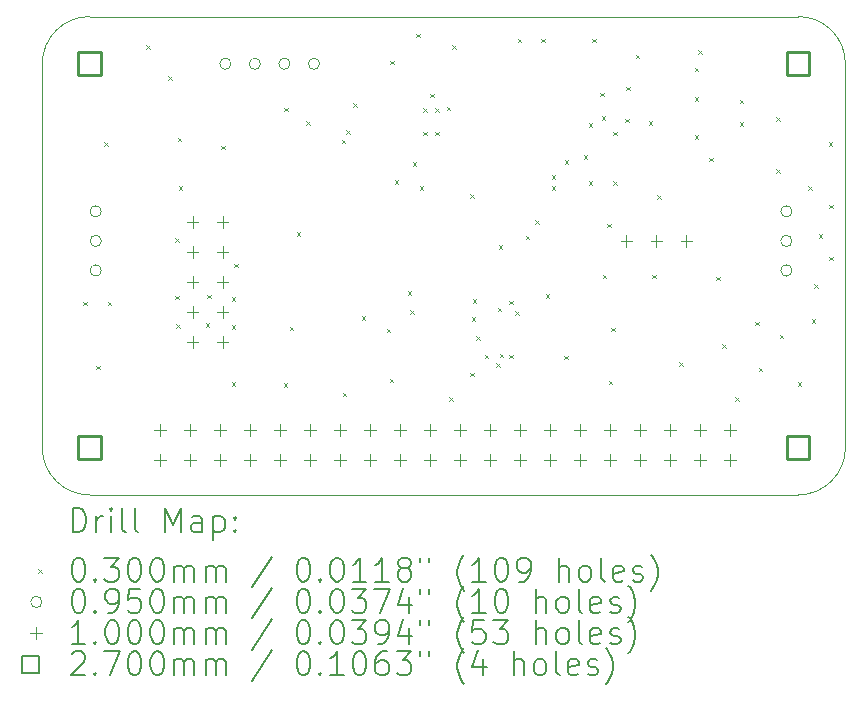
<source format=gbr>
%TF.GenerationSoftware,KiCad,Pcbnew,8.0.5*%
%TF.CreationDate,2024-10-22T17:44:38+02:00*%
%TF.ProjectId,Ingenuity,496e6765-6e75-4697-9479-2e6b69636164,rev?*%
%TF.SameCoordinates,Original*%
%TF.FileFunction,Drillmap*%
%TF.FilePolarity,Positive*%
%FSLAX45Y45*%
G04 Gerber Fmt 4.5, Leading zero omitted, Abs format (unit mm)*
G04 Created by KiCad (PCBNEW 8.0.5) date 2024-10-22 17:44:38*
%MOMM*%
%LPD*%
G01*
G04 APERTURE LIST*
%ADD10C,0.050000*%
%ADD11C,0.200000*%
%ADD12C,0.100000*%
%ADD13C,0.270000*%
G04 APERTURE END LIST*
D10*
X19450000Y-12750000D02*
G75*
G02*
X19050000Y-13150000I-400000J0D01*
G01*
X19050000Y-9100000D02*
G75*
G02*
X19450000Y-9500000I0J-400000D01*
G01*
X12650000Y-9500000D02*
X12650000Y-12750000D01*
X19050000Y-9100000D02*
X13050000Y-9100000D01*
X19450000Y-12750000D02*
X19450000Y-9500000D01*
X13050000Y-13150000D02*
X19050000Y-13150000D01*
X13050000Y-13150000D02*
G75*
G02*
X12650000Y-12750000I0J400000D01*
G01*
X12650000Y-9500000D02*
G75*
G02*
X13050000Y-9100000I400000J0D01*
G01*
D11*
D12*
X12995000Y-11515000D02*
X13025000Y-11545000D01*
X13025000Y-11515000D02*
X12995000Y-11545000D01*
X13105000Y-12055000D02*
X13135000Y-12085000D01*
X13135000Y-12055000D02*
X13105000Y-12085000D01*
X13175000Y-10165000D02*
X13205000Y-10195000D01*
X13205000Y-10165000D02*
X13175000Y-10195000D01*
X13205000Y-11515000D02*
X13235000Y-11545000D01*
X13235000Y-11515000D02*
X13205000Y-11545000D01*
X13532372Y-9342142D02*
X13562372Y-9372142D01*
X13562372Y-9342142D02*
X13532372Y-9372142D01*
X13715000Y-9605000D02*
X13745000Y-9635000D01*
X13745000Y-9605000D02*
X13715000Y-9635000D01*
X13775000Y-10975000D02*
X13805000Y-11005000D01*
X13805000Y-10975000D02*
X13775000Y-11005000D01*
X13775000Y-11465000D02*
X13805000Y-11495000D01*
X13805000Y-11465000D02*
X13775000Y-11495000D01*
X13785000Y-11705000D02*
X13815000Y-11735000D01*
X13815000Y-11705000D02*
X13785000Y-11735000D01*
X13795000Y-10125000D02*
X13825000Y-10155000D01*
X13825000Y-10125000D02*
X13795000Y-10155000D01*
X13805000Y-10535000D02*
X13835000Y-10565000D01*
X13835000Y-10535000D02*
X13805000Y-10565000D01*
X14035000Y-11695000D02*
X14065000Y-11725000D01*
X14065000Y-11695000D02*
X14035000Y-11725000D01*
X14045000Y-11455000D02*
X14075000Y-11485000D01*
X14075000Y-11455000D02*
X14045000Y-11485000D01*
X14165000Y-10195000D02*
X14195000Y-10225000D01*
X14195000Y-10195000D02*
X14165000Y-10225000D01*
X14255000Y-11475000D02*
X14285000Y-11505000D01*
X14285000Y-11475000D02*
X14255000Y-11505000D01*
X14255000Y-11715000D02*
X14285000Y-11745000D01*
X14285000Y-11715000D02*
X14255000Y-11745000D01*
X14255000Y-12195000D02*
X14285000Y-12225000D01*
X14285000Y-12195000D02*
X14255000Y-12225000D01*
X14275000Y-11195000D02*
X14305000Y-11225000D01*
X14305000Y-11195000D02*
X14275000Y-11225000D01*
X14695510Y-12203446D02*
X14725510Y-12233446D01*
X14725510Y-12203446D02*
X14695510Y-12233446D01*
X14696329Y-9871784D02*
X14726329Y-9901784D01*
X14726329Y-9871784D02*
X14696329Y-9901784D01*
X14743663Y-11725149D02*
X14773663Y-11755149D01*
X14773663Y-11725149D02*
X14743663Y-11755149D01*
X14805000Y-10925000D02*
X14835000Y-10955000D01*
X14835000Y-10925000D02*
X14805000Y-10955000D01*
X14885000Y-9985000D02*
X14915000Y-10015000D01*
X14915000Y-9985000D02*
X14885000Y-10015000D01*
X15185000Y-10145000D02*
X15215000Y-10175000D01*
X15215000Y-10145000D02*
X15185000Y-10175000D01*
X15195000Y-12285000D02*
X15225000Y-12315000D01*
X15225000Y-12285000D02*
X15195000Y-12315000D01*
X15225000Y-10065000D02*
X15255000Y-10095000D01*
X15255000Y-10065000D02*
X15225000Y-10095000D01*
X15285000Y-9835000D02*
X15315000Y-9865000D01*
X15315000Y-9835000D02*
X15285000Y-9865000D01*
X15355997Y-11635654D02*
X15385997Y-11665654D01*
X15385997Y-11635654D02*
X15355997Y-11665654D01*
X15565000Y-11745000D02*
X15595000Y-11775000D01*
X15595000Y-11745000D02*
X15565000Y-11775000D01*
X15590109Y-12165764D02*
X15620109Y-12195764D01*
X15620109Y-12165764D02*
X15590109Y-12195764D01*
X15595000Y-9475000D02*
X15625000Y-9505000D01*
X15625000Y-9475000D02*
X15595000Y-9505000D01*
X15635000Y-10485000D02*
X15665000Y-10515000D01*
X15665000Y-10485000D02*
X15635000Y-10515000D01*
X15745000Y-11425000D02*
X15775000Y-11455000D01*
X15775000Y-11425000D02*
X15745000Y-11455000D01*
X15765000Y-11585000D02*
X15795000Y-11615000D01*
X15795000Y-11585000D02*
X15765000Y-11615000D01*
X15785000Y-10335000D02*
X15815000Y-10365000D01*
X15815000Y-10335000D02*
X15785000Y-10365000D01*
X15817889Y-9244204D02*
X15847889Y-9274204D01*
X15847889Y-9244204D02*
X15817889Y-9274204D01*
X15845000Y-10535000D02*
X15875000Y-10565000D01*
X15875000Y-10535000D02*
X15845000Y-10565000D01*
X15875000Y-9875000D02*
X15905000Y-9905000D01*
X15905000Y-9875000D02*
X15875000Y-9905000D01*
X15875000Y-10075000D02*
X15905000Y-10105000D01*
X15905000Y-10075000D02*
X15875000Y-10105000D01*
X15935000Y-9755000D02*
X15965000Y-9785000D01*
X15965000Y-9755000D02*
X15935000Y-9785000D01*
X15975000Y-9875000D02*
X16005000Y-9905000D01*
X16005000Y-9875000D02*
X15975000Y-9905000D01*
X15975000Y-10075000D02*
X16005000Y-10105000D01*
X16005000Y-10075000D02*
X15975000Y-10105000D01*
X16075000Y-9865000D02*
X16105000Y-9895000D01*
X16105000Y-9865000D02*
X16075000Y-9895000D01*
X16095000Y-12325000D02*
X16125000Y-12355000D01*
X16125000Y-12325000D02*
X16095000Y-12355000D01*
X16121700Y-9343120D02*
X16151700Y-9373120D01*
X16151700Y-9343120D02*
X16121700Y-9373120D01*
X16275000Y-10605000D02*
X16305000Y-10635000D01*
X16305000Y-10605000D02*
X16275000Y-10635000D01*
X16275000Y-12115000D02*
X16305000Y-12145000D01*
X16305000Y-12115000D02*
X16275000Y-12145000D01*
X16285000Y-11645000D02*
X16315000Y-11675000D01*
X16315000Y-11645000D02*
X16285000Y-11675000D01*
X16295000Y-11495000D02*
X16325000Y-11525000D01*
X16325000Y-11495000D02*
X16295000Y-11525000D01*
X16325000Y-11805000D02*
X16355000Y-11835000D01*
X16355000Y-11805000D02*
X16325000Y-11835000D01*
X16395000Y-11965000D02*
X16425000Y-11995000D01*
X16425000Y-11965000D02*
X16395000Y-11995000D01*
X16495000Y-12035000D02*
X16525000Y-12065000D01*
X16525000Y-12035000D02*
X16495000Y-12065000D01*
X16505000Y-11565000D02*
X16535000Y-11595000D01*
X16535000Y-11565000D02*
X16505000Y-11595000D01*
X16515000Y-11035000D02*
X16545000Y-11065000D01*
X16545000Y-11035000D02*
X16515000Y-11065000D01*
X16525000Y-11955000D02*
X16555000Y-11985000D01*
X16555000Y-11955000D02*
X16525000Y-11985000D01*
X16605000Y-11505000D02*
X16635000Y-11535000D01*
X16635000Y-11505000D02*
X16605000Y-11535000D01*
X16605000Y-11965000D02*
X16635000Y-11995000D01*
X16635000Y-11965000D02*
X16605000Y-11995000D01*
X16655000Y-11595000D02*
X16685000Y-11625000D01*
X16685000Y-11595000D02*
X16655000Y-11625000D01*
X16675000Y-9286250D02*
X16705000Y-9316250D01*
X16705000Y-9286250D02*
X16675000Y-9316250D01*
X16745000Y-10955000D02*
X16775000Y-10985000D01*
X16775000Y-10955000D02*
X16745000Y-10985000D01*
X16825000Y-10825000D02*
X16855000Y-10855000D01*
X16855000Y-10825000D02*
X16825000Y-10855000D01*
X16875000Y-9286250D02*
X16905000Y-9316250D01*
X16905000Y-9286250D02*
X16875000Y-9316250D01*
X16913386Y-11452855D02*
X16943386Y-11482855D01*
X16943386Y-11452855D02*
X16913386Y-11482855D01*
X16965000Y-10445000D02*
X16995000Y-10475000D01*
X16995000Y-10445000D02*
X16965000Y-10475000D01*
X16965000Y-10535000D02*
X16995000Y-10565000D01*
X16995000Y-10535000D02*
X16965000Y-10565000D01*
X17070394Y-11970983D02*
X17100394Y-12000983D01*
X17100394Y-11970983D02*
X17070394Y-12000983D01*
X17075000Y-10315000D02*
X17105000Y-10345000D01*
X17105000Y-10315000D02*
X17075000Y-10345000D01*
X17235000Y-10275000D02*
X17265000Y-10305000D01*
X17265000Y-10275000D02*
X17235000Y-10305000D01*
X17275000Y-10005000D02*
X17305000Y-10035000D01*
X17305000Y-10005000D02*
X17275000Y-10035000D01*
X17275000Y-10495000D02*
X17305000Y-10525000D01*
X17305000Y-10495000D02*
X17275000Y-10525000D01*
X17305000Y-9286250D02*
X17335000Y-9316250D01*
X17335000Y-9286250D02*
X17305000Y-9316250D01*
X17375000Y-9745000D02*
X17405000Y-9775000D01*
X17405000Y-9745000D02*
X17375000Y-9775000D01*
X17385000Y-9945000D02*
X17415000Y-9975000D01*
X17415000Y-9945000D02*
X17385000Y-9975000D01*
X17395000Y-11285000D02*
X17425000Y-11315000D01*
X17425000Y-11285000D02*
X17395000Y-11315000D01*
X17435000Y-10855000D02*
X17465000Y-10885000D01*
X17465000Y-10855000D02*
X17435000Y-10885000D01*
X17445000Y-12185000D02*
X17475000Y-12215000D01*
X17475000Y-12185000D02*
X17445000Y-12215000D01*
X17465000Y-11735000D02*
X17495000Y-11765000D01*
X17495000Y-11735000D02*
X17465000Y-11765000D01*
X17485000Y-10075000D02*
X17515000Y-10105000D01*
X17515000Y-10075000D02*
X17485000Y-10105000D01*
X17485000Y-10495000D02*
X17515000Y-10525000D01*
X17515000Y-10495000D02*
X17485000Y-10525000D01*
X17585000Y-9965000D02*
X17615000Y-9995000D01*
X17615000Y-9965000D02*
X17585000Y-9995000D01*
X17595000Y-9695000D02*
X17625000Y-9725000D01*
X17625000Y-9695000D02*
X17595000Y-9725000D01*
X17675000Y-9425000D02*
X17705000Y-9455000D01*
X17705000Y-9425000D02*
X17675000Y-9455000D01*
X17785000Y-9985000D02*
X17815000Y-10015000D01*
X17815000Y-9985000D02*
X17785000Y-10015000D01*
X17815000Y-11285000D02*
X17845000Y-11315000D01*
X17845000Y-11285000D02*
X17815000Y-11315000D01*
X17855000Y-10615000D02*
X17885000Y-10645000D01*
X17885000Y-10615000D02*
X17855000Y-10645000D01*
X18045000Y-12025000D02*
X18075000Y-12055000D01*
X18075000Y-12025000D02*
X18045000Y-12055000D01*
X18175000Y-9535000D02*
X18205000Y-9565000D01*
X18205000Y-9535000D02*
X18175000Y-9565000D01*
X18175000Y-9785000D02*
X18205000Y-9815000D01*
X18205000Y-9785000D02*
X18175000Y-9815000D01*
X18175000Y-10105000D02*
X18205000Y-10135000D01*
X18205000Y-10105000D02*
X18175000Y-10135000D01*
X18205000Y-9385000D02*
X18235000Y-9415000D01*
X18235000Y-9385000D02*
X18205000Y-9415000D01*
X18295000Y-10295000D02*
X18325000Y-10325000D01*
X18325000Y-10295000D02*
X18295000Y-10325000D01*
X18355000Y-11305000D02*
X18385000Y-11335000D01*
X18385000Y-11305000D02*
X18355000Y-11335000D01*
X18405000Y-11875000D02*
X18435000Y-11905000D01*
X18435000Y-11875000D02*
X18405000Y-11905000D01*
X18514873Y-12322682D02*
X18544873Y-12352682D01*
X18544873Y-12322682D02*
X18514873Y-12352682D01*
X18555000Y-9805000D02*
X18585000Y-9835000D01*
X18585000Y-9805000D02*
X18555000Y-9835000D01*
X18555000Y-9995000D02*
X18585000Y-10025000D01*
X18585000Y-9995000D02*
X18555000Y-10025000D01*
X18684442Y-11685227D02*
X18714442Y-11715227D01*
X18714442Y-11685227D02*
X18684442Y-11715227D01*
X18715000Y-12075000D02*
X18745000Y-12105000D01*
X18745000Y-12075000D02*
X18715000Y-12105000D01*
X18865000Y-10395000D02*
X18895000Y-10425000D01*
X18895000Y-10395000D02*
X18865000Y-10425000D01*
X18865152Y-9953586D02*
X18895152Y-9983586D01*
X18895152Y-9953586D02*
X18865152Y-9983586D01*
X18895000Y-11795000D02*
X18925000Y-11825000D01*
X18925000Y-11795000D02*
X18895000Y-11825000D01*
X19045000Y-12195000D02*
X19075000Y-12225000D01*
X19075000Y-12195000D02*
X19045000Y-12225000D01*
X19135000Y-10535000D02*
X19165000Y-10565000D01*
X19165000Y-10535000D02*
X19135000Y-10565000D01*
X19165000Y-11665000D02*
X19195000Y-11695000D01*
X19195000Y-11665000D02*
X19165000Y-11695000D01*
X19185000Y-11365000D02*
X19215000Y-11395000D01*
X19215000Y-11365000D02*
X19185000Y-11395000D01*
X19225000Y-10945000D02*
X19255000Y-10975000D01*
X19255000Y-10945000D02*
X19225000Y-10975000D01*
X19308962Y-10162931D02*
X19338962Y-10192931D01*
X19338962Y-10162931D02*
X19308962Y-10192931D01*
X19315000Y-10695000D02*
X19345000Y-10725000D01*
X19345000Y-10695000D02*
X19315000Y-10725000D01*
X19315000Y-11135000D02*
X19345000Y-11165000D01*
X19345000Y-11135000D02*
X19315000Y-11165000D01*
X13150000Y-10750000D02*
G75*
G02*
X13055000Y-10750000I-47500J0D01*
G01*
X13055000Y-10750000D02*
G75*
G02*
X13150000Y-10750000I47500J0D01*
G01*
X13150000Y-11000000D02*
G75*
G02*
X13055000Y-11000000I-47500J0D01*
G01*
X13055000Y-11000000D02*
G75*
G02*
X13150000Y-11000000I47500J0D01*
G01*
X13150000Y-11250000D02*
G75*
G02*
X13055000Y-11250000I-47500J0D01*
G01*
X13055000Y-11250000D02*
G75*
G02*
X13150000Y-11250000I47500J0D01*
G01*
X14247500Y-9500000D02*
G75*
G02*
X14152500Y-9500000I-47500J0D01*
G01*
X14152500Y-9500000D02*
G75*
G02*
X14247500Y-9500000I47500J0D01*
G01*
X14497500Y-9500000D02*
G75*
G02*
X14402500Y-9500000I-47500J0D01*
G01*
X14402500Y-9500000D02*
G75*
G02*
X14497500Y-9500000I47500J0D01*
G01*
X14747500Y-9500000D02*
G75*
G02*
X14652500Y-9500000I-47500J0D01*
G01*
X14652500Y-9500000D02*
G75*
G02*
X14747500Y-9500000I47500J0D01*
G01*
X14997500Y-9500000D02*
G75*
G02*
X14902500Y-9500000I-47500J0D01*
G01*
X14902500Y-9500000D02*
G75*
G02*
X14997500Y-9500000I47500J0D01*
G01*
X18997500Y-10750000D02*
G75*
G02*
X18902500Y-10750000I-47500J0D01*
G01*
X18902500Y-10750000D02*
G75*
G02*
X18997500Y-10750000I47500J0D01*
G01*
X18997500Y-11000000D02*
G75*
G02*
X18902500Y-11000000I-47500J0D01*
G01*
X18902500Y-11000000D02*
G75*
G02*
X18997500Y-11000000I47500J0D01*
G01*
X18997500Y-11250000D02*
G75*
G02*
X18902500Y-11250000I-47500J0D01*
G01*
X18902500Y-11250000D02*
G75*
G02*
X18997500Y-11250000I47500J0D01*
G01*
X13648000Y-12550000D02*
X13648000Y-12650000D01*
X13598000Y-12600000D02*
X13698000Y-12600000D01*
X13648000Y-12804000D02*
X13648000Y-12904000D01*
X13598000Y-12854000D02*
X13698000Y-12854000D01*
X13902000Y-12550000D02*
X13902000Y-12650000D01*
X13852000Y-12600000D02*
X13952000Y-12600000D01*
X13902000Y-12804000D02*
X13902000Y-12904000D01*
X13852000Y-12854000D02*
X13952000Y-12854000D01*
X13922500Y-10788000D02*
X13922500Y-10888000D01*
X13872500Y-10838000D02*
X13972500Y-10838000D01*
X13922500Y-11042000D02*
X13922500Y-11142000D01*
X13872500Y-11092000D02*
X13972500Y-11092000D01*
X13922500Y-11296000D02*
X13922500Y-11396000D01*
X13872500Y-11346000D02*
X13972500Y-11346000D01*
X13922500Y-11550000D02*
X13922500Y-11650000D01*
X13872500Y-11600000D02*
X13972500Y-11600000D01*
X13922500Y-11804000D02*
X13922500Y-11904000D01*
X13872500Y-11854000D02*
X13972500Y-11854000D01*
X14156000Y-12550000D02*
X14156000Y-12650000D01*
X14106000Y-12600000D02*
X14206000Y-12600000D01*
X14156000Y-12804000D02*
X14156000Y-12904000D01*
X14106000Y-12854000D02*
X14206000Y-12854000D01*
X14176500Y-10788000D02*
X14176500Y-10888000D01*
X14126500Y-10838000D02*
X14226500Y-10838000D01*
X14176500Y-11042000D02*
X14176500Y-11142000D01*
X14126500Y-11092000D02*
X14226500Y-11092000D01*
X14176500Y-11296000D02*
X14176500Y-11396000D01*
X14126500Y-11346000D02*
X14226500Y-11346000D01*
X14176500Y-11550000D02*
X14176500Y-11650000D01*
X14126500Y-11600000D02*
X14226500Y-11600000D01*
X14176500Y-11804000D02*
X14176500Y-11904000D01*
X14126500Y-11854000D02*
X14226500Y-11854000D01*
X14410000Y-12550000D02*
X14410000Y-12650000D01*
X14360000Y-12600000D02*
X14460000Y-12600000D01*
X14410000Y-12804000D02*
X14410000Y-12904000D01*
X14360000Y-12854000D02*
X14460000Y-12854000D01*
X14664000Y-12550000D02*
X14664000Y-12650000D01*
X14614000Y-12600000D02*
X14714000Y-12600000D01*
X14664000Y-12804000D02*
X14664000Y-12904000D01*
X14614000Y-12854000D02*
X14714000Y-12854000D01*
X14918000Y-12550000D02*
X14918000Y-12650000D01*
X14868000Y-12600000D02*
X14968000Y-12600000D01*
X14918000Y-12804000D02*
X14918000Y-12904000D01*
X14868000Y-12854000D02*
X14968000Y-12854000D01*
X15172000Y-12550000D02*
X15172000Y-12650000D01*
X15122000Y-12600000D02*
X15222000Y-12600000D01*
X15172000Y-12804000D02*
X15172000Y-12904000D01*
X15122000Y-12854000D02*
X15222000Y-12854000D01*
X15426000Y-12550000D02*
X15426000Y-12650000D01*
X15376000Y-12600000D02*
X15476000Y-12600000D01*
X15426000Y-12804000D02*
X15426000Y-12904000D01*
X15376000Y-12854000D02*
X15476000Y-12854000D01*
X15680000Y-12550000D02*
X15680000Y-12650000D01*
X15630000Y-12600000D02*
X15730000Y-12600000D01*
X15680000Y-12804000D02*
X15680000Y-12904000D01*
X15630000Y-12854000D02*
X15730000Y-12854000D01*
X15934000Y-12550000D02*
X15934000Y-12650000D01*
X15884000Y-12600000D02*
X15984000Y-12600000D01*
X15934000Y-12804000D02*
X15934000Y-12904000D01*
X15884000Y-12854000D02*
X15984000Y-12854000D01*
X16188000Y-12550000D02*
X16188000Y-12650000D01*
X16138000Y-12600000D02*
X16238000Y-12600000D01*
X16188000Y-12804000D02*
X16188000Y-12904000D01*
X16138000Y-12854000D02*
X16238000Y-12854000D01*
X16442000Y-12550000D02*
X16442000Y-12650000D01*
X16392000Y-12600000D02*
X16492000Y-12600000D01*
X16442000Y-12804000D02*
X16442000Y-12904000D01*
X16392000Y-12854000D02*
X16492000Y-12854000D01*
X16696000Y-12550000D02*
X16696000Y-12650000D01*
X16646000Y-12600000D02*
X16746000Y-12600000D01*
X16696000Y-12804000D02*
X16696000Y-12904000D01*
X16646000Y-12854000D02*
X16746000Y-12854000D01*
X16950000Y-12550000D02*
X16950000Y-12650000D01*
X16900000Y-12600000D02*
X17000000Y-12600000D01*
X16950000Y-12804000D02*
X16950000Y-12904000D01*
X16900000Y-12854000D02*
X17000000Y-12854000D01*
X17204000Y-12550000D02*
X17204000Y-12650000D01*
X17154000Y-12600000D02*
X17254000Y-12600000D01*
X17204000Y-12804000D02*
X17204000Y-12904000D01*
X17154000Y-12854000D02*
X17254000Y-12854000D01*
X17458000Y-12550000D02*
X17458000Y-12650000D01*
X17408000Y-12600000D02*
X17508000Y-12600000D01*
X17458000Y-12804000D02*
X17458000Y-12904000D01*
X17408000Y-12854000D02*
X17508000Y-12854000D01*
X17596000Y-10950000D02*
X17596000Y-11050000D01*
X17546000Y-11000000D02*
X17646000Y-11000000D01*
X17712000Y-12550000D02*
X17712000Y-12650000D01*
X17662000Y-12600000D02*
X17762000Y-12600000D01*
X17712000Y-12804000D02*
X17712000Y-12904000D01*
X17662000Y-12854000D02*
X17762000Y-12854000D01*
X17850000Y-10950000D02*
X17850000Y-11050000D01*
X17800000Y-11000000D02*
X17900000Y-11000000D01*
X17966000Y-12550000D02*
X17966000Y-12650000D01*
X17916000Y-12600000D02*
X18016000Y-12600000D01*
X17966000Y-12804000D02*
X17966000Y-12904000D01*
X17916000Y-12854000D02*
X18016000Y-12854000D01*
X18104000Y-10950000D02*
X18104000Y-11050000D01*
X18054000Y-11000000D02*
X18154000Y-11000000D01*
X18220000Y-12550000D02*
X18220000Y-12650000D01*
X18170000Y-12600000D02*
X18270000Y-12600000D01*
X18220000Y-12804000D02*
X18220000Y-12904000D01*
X18170000Y-12854000D02*
X18270000Y-12854000D01*
X18474000Y-12550000D02*
X18474000Y-12650000D01*
X18424000Y-12600000D02*
X18524000Y-12600000D01*
X18474000Y-12804000D02*
X18474000Y-12904000D01*
X18424000Y-12854000D02*
X18524000Y-12854000D01*
D13*
X13145460Y-9595460D02*
X13145460Y-9404540D01*
X12954540Y-9404540D01*
X12954540Y-9595460D01*
X13145460Y-9595460D01*
X13145460Y-12845460D02*
X13145460Y-12654540D01*
X12954540Y-12654540D01*
X12954540Y-12845460D01*
X13145460Y-12845460D01*
X19145460Y-9595460D02*
X19145460Y-9404540D01*
X18954540Y-9404540D01*
X18954540Y-9595460D01*
X19145460Y-9595460D01*
X19145460Y-12845460D02*
X19145460Y-12654540D01*
X18954540Y-12654540D01*
X18954540Y-12845460D01*
X19145460Y-12845460D01*
D11*
X12908277Y-13463984D02*
X12908277Y-13263984D01*
X12908277Y-13263984D02*
X12955896Y-13263984D01*
X12955896Y-13263984D02*
X12984467Y-13273508D01*
X12984467Y-13273508D02*
X13003515Y-13292555D01*
X13003515Y-13292555D02*
X13013039Y-13311603D01*
X13013039Y-13311603D02*
X13022562Y-13349698D01*
X13022562Y-13349698D02*
X13022562Y-13378269D01*
X13022562Y-13378269D02*
X13013039Y-13416365D01*
X13013039Y-13416365D02*
X13003515Y-13435412D01*
X13003515Y-13435412D02*
X12984467Y-13454460D01*
X12984467Y-13454460D02*
X12955896Y-13463984D01*
X12955896Y-13463984D02*
X12908277Y-13463984D01*
X13108277Y-13463984D02*
X13108277Y-13330650D01*
X13108277Y-13368746D02*
X13117801Y-13349698D01*
X13117801Y-13349698D02*
X13127324Y-13340174D01*
X13127324Y-13340174D02*
X13146372Y-13330650D01*
X13146372Y-13330650D02*
X13165420Y-13330650D01*
X13232086Y-13463984D02*
X13232086Y-13330650D01*
X13232086Y-13263984D02*
X13222562Y-13273508D01*
X13222562Y-13273508D02*
X13232086Y-13283031D01*
X13232086Y-13283031D02*
X13241610Y-13273508D01*
X13241610Y-13273508D02*
X13232086Y-13263984D01*
X13232086Y-13263984D02*
X13232086Y-13283031D01*
X13355896Y-13463984D02*
X13336848Y-13454460D01*
X13336848Y-13454460D02*
X13327324Y-13435412D01*
X13327324Y-13435412D02*
X13327324Y-13263984D01*
X13460658Y-13463984D02*
X13441610Y-13454460D01*
X13441610Y-13454460D02*
X13432086Y-13435412D01*
X13432086Y-13435412D02*
X13432086Y-13263984D01*
X13689229Y-13463984D02*
X13689229Y-13263984D01*
X13689229Y-13263984D02*
X13755896Y-13406841D01*
X13755896Y-13406841D02*
X13822562Y-13263984D01*
X13822562Y-13263984D02*
X13822562Y-13463984D01*
X14003515Y-13463984D02*
X14003515Y-13359222D01*
X14003515Y-13359222D02*
X13993991Y-13340174D01*
X13993991Y-13340174D02*
X13974943Y-13330650D01*
X13974943Y-13330650D02*
X13936848Y-13330650D01*
X13936848Y-13330650D02*
X13917801Y-13340174D01*
X14003515Y-13454460D02*
X13984467Y-13463984D01*
X13984467Y-13463984D02*
X13936848Y-13463984D01*
X13936848Y-13463984D02*
X13917801Y-13454460D01*
X13917801Y-13454460D02*
X13908277Y-13435412D01*
X13908277Y-13435412D02*
X13908277Y-13416365D01*
X13908277Y-13416365D02*
X13917801Y-13397317D01*
X13917801Y-13397317D02*
X13936848Y-13387793D01*
X13936848Y-13387793D02*
X13984467Y-13387793D01*
X13984467Y-13387793D02*
X14003515Y-13378269D01*
X14098753Y-13330650D02*
X14098753Y-13530650D01*
X14098753Y-13340174D02*
X14117801Y-13330650D01*
X14117801Y-13330650D02*
X14155896Y-13330650D01*
X14155896Y-13330650D02*
X14174943Y-13340174D01*
X14174943Y-13340174D02*
X14184467Y-13349698D01*
X14184467Y-13349698D02*
X14193991Y-13368746D01*
X14193991Y-13368746D02*
X14193991Y-13425888D01*
X14193991Y-13425888D02*
X14184467Y-13444936D01*
X14184467Y-13444936D02*
X14174943Y-13454460D01*
X14174943Y-13454460D02*
X14155896Y-13463984D01*
X14155896Y-13463984D02*
X14117801Y-13463984D01*
X14117801Y-13463984D02*
X14098753Y-13454460D01*
X14279705Y-13444936D02*
X14289229Y-13454460D01*
X14289229Y-13454460D02*
X14279705Y-13463984D01*
X14279705Y-13463984D02*
X14270182Y-13454460D01*
X14270182Y-13454460D02*
X14279705Y-13444936D01*
X14279705Y-13444936D02*
X14279705Y-13463984D01*
X14279705Y-13340174D02*
X14289229Y-13349698D01*
X14289229Y-13349698D02*
X14279705Y-13359222D01*
X14279705Y-13359222D02*
X14270182Y-13349698D01*
X14270182Y-13349698D02*
X14279705Y-13340174D01*
X14279705Y-13340174D02*
X14279705Y-13359222D01*
D12*
X12617500Y-13777500D02*
X12647500Y-13807500D01*
X12647500Y-13777500D02*
X12617500Y-13807500D01*
D11*
X12946372Y-13683984D02*
X12965420Y-13683984D01*
X12965420Y-13683984D02*
X12984467Y-13693508D01*
X12984467Y-13693508D02*
X12993991Y-13703031D01*
X12993991Y-13703031D02*
X13003515Y-13722079D01*
X13003515Y-13722079D02*
X13013039Y-13760174D01*
X13013039Y-13760174D02*
X13013039Y-13807793D01*
X13013039Y-13807793D02*
X13003515Y-13845888D01*
X13003515Y-13845888D02*
X12993991Y-13864936D01*
X12993991Y-13864936D02*
X12984467Y-13874460D01*
X12984467Y-13874460D02*
X12965420Y-13883984D01*
X12965420Y-13883984D02*
X12946372Y-13883984D01*
X12946372Y-13883984D02*
X12927324Y-13874460D01*
X12927324Y-13874460D02*
X12917801Y-13864936D01*
X12917801Y-13864936D02*
X12908277Y-13845888D01*
X12908277Y-13845888D02*
X12898753Y-13807793D01*
X12898753Y-13807793D02*
X12898753Y-13760174D01*
X12898753Y-13760174D02*
X12908277Y-13722079D01*
X12908277Y-13722079D02*
X12917801Y-13703031D01*
X12917801Y-13703031D02*
X12927324Y-13693508D01*
X12927324Y-13693508D02*
X12946372Y-13683984D01*
X13098753Y-13864936D02*
X13108277Y-13874460D01*
X13108277Y-13874460D02*
X13098753Y-13883984D01*
X13098753Y-13883984D02*
X13089229Y-13874460D01*
X13089229Y-13874460D02*
X13098753Y-13864936D01*
X13098753Y-13864936D02*
X13098753Y-13883984D01*
X13174943Y-13683984D02*
X13298753Y-13683984D01*
X13298753Y-13683984D02*
X13232086Y-13760174D01*
X13232086Y-13760174D02*
X13260658Y-13760174D01*
X13260658Y-13760174D02*
X13279705Y-13769698D01*
X13279705Y-13769698D02*
X13289229Y-13779222D01*
X13289229Y-13779222D02*
X13298753Y-13798269D01*
X13298753Y-13798269D02*
X13298753Y-13845888D01*
X13298753Y-13845888D02*
X13289229Y-13864936D01*
X13289229Y-13864936D02*
X13279705Y-13874460D01*
X13279705Y-13874460D02*
X13260658Y-13883984D01*
X13260658Y-13883984D02*
X13203515Y-13883984D01*
X13203515Y-13883984D02*
X13184467Y-13874460D01*
X13184467Y-13874460D02*
X13174943Y-13864936D01*
X13422562Y-13683984D02*
X13441610Y-13683984D01*
X13441610Y-13683984D02*
X13460658Y-13693508D01*
X13460658Y-13693508D02*
X13470182Y-13703031D01*
X13470182Y-13703031D02*
X13479705Y-13722079D01*
X13479705Y-13722079D02*
X13489229Y-13760174D01*
X13489229Y-13760174D02*
X13489229Y-13807793D01*
X13489229Y-13807793D02*
X13479705Y-13845888D01*
X13479705Y-13845888D02*
X13470182Y-13864936D01*
X13470182Y-13864936D02*
X13460658Y-13874460D01*
X13460658Y-13874460D02*
X13441610Y-13883984D01*
X13441610Y-13883984D02*
X13422562Y-13883984D01*
X13422562Y-13883984D02*
X13403515Y-13874460D01*
X13403515Y-13874460D02*
X13393991Y-13864936D01*
X13393991Y-13864936D02*
X13384467Y-13845888D01*
X13384467Y-13845888D02*
X13374943Y-13807793D01*
X13374943Y-13807793D02*
X13374943Y-13760174D01*
X13374943Y-13760174D02*
X13384467Y-13722079D01*
X13384467Y-13722079D02*
X13393991Y-13703031D01*
X13393991Y-13703031D02*
X13403515Y-13693508D01*
X13403515Y-13693508D02*
X13422562Y-13683984D01*
X13613039Y-13683984D02*
X13632086Y-13683984D01*
X13632086Y-13683984D02*
X13651134Y-13693508D01*
X13651134Y-13693508D02*
X13660658Y-13703031D01*
X13660658Y-13703031D02*
X13670182Y-13722079D01*
X13670182Y-13722079D02*
X13679705Y-13760174D01*
X13679705Y-13760174D02*
X13679705Y-13807793D01*
X13679705Y-13807793D02*
X13670182Y-13845888D01*
X13670182Y-13845888D02*
X13660658Y-13864936D01*
X13660658Y-13864936D02*
X13651134Y-13874460D01*
X13651134Y-13874460D02*
X13632086Y-13883984D01*
X13632086Y-13883984D02*
X13613039Y-13883984D01*
X13613039Y-13883984D02*
X13593991Y-13874460D01*
X13593991Y-13874460D02*
X13584467Y-13864936D01*
X13584467Y-13864936D02*
X13574943Y-13845888D01*
X13574943Y-13845888D02*
X13565420Y-13807793D01*
X13565420Y-13807793D02*
X13565420Y-13760174D01*
X13565420Y-13760174D02*
X13574943Y-13722079D01*
X13574943Y-13722079D02*
X13584467Y-13703031D01*
X13584467Y-13703031D02*
X13593991Y-13693508D01*
X13593991Y-13693508D02*
X13613039Y-13683984D01*
X13765420Y-13883984D02*
X13765420Y-13750650D01*
X13765420Y-13769698D02*
X13774943Y-13760174D01*
X13774943Y-13760174D02*
X13793991Y-13750650D01*
X13793991Y-13750650D02*
X13822563Y-13750650D01*
X13822563Y-13750650D02*
X13841610Y-13760174D01*
X13841610Y-13760174D02*
X13851134Y-13779222D01*
X13851134Y-13779222D02*
X13851134Y-13883984D01*
X13851134Y-13779222D02*
X13860658Y-13760174D01*
X13860658Y-13760174D02*
X13879705Y-13750650D01*
X13879705Y-13750650D02*
X13908277Y-13750650D01*
X13908277Y-13750650D02*
X13927324Y-13760174D01*
X13927324Y-13760174D02*
X13936848Y-13779222D01*
X13936848Y-13779222D02*
X13936848Y-13883984D01*
X14032086Y-13883984D02*
X14032086Y-13750650D01*
X14032086Y-13769698D02*
X14041610Y-13760174D01*
X14041610Y-13760174D02*
X14060658Y-13750650D01*
X14060658Y-13750650D02*
X14089229Y-13750650D01*
X14089229Y-13750650D02*
X14108277Y-13760174D01*
X14108277Y-13760174D02*
X14117801Y-13779222D01*
X14117801Y-13779222D02*
X14117801Y-13883984D01*
X14117801Y-13779222D02*
X14127324Y-13760174D01*
X14127324Y-13760174D02*
X14146372Y-13750650D01*
X14146372Y-13750650D02*
X14174943Y-13750650D01*
X14174943Y-13750650D02*
X14193991Y-13760174D01*
X14193991Y-13760174D02*
X14203515Y-13779222D01*
X14203515Y-13779222D02*
X14203515Y-13883984D01*
X14593991Y-13674460D02*
X14422563Y-13931603D01*
X14851134Y-13683984D02*
X14870182Y-13683984D01*
X14870182Y-13683984D02*
X14889229Y-13693508D01*
X14889229Y-13693508D02*
X14898753Y-13703031D01*
X14898753Y-13703031D02*
X14908277Y-13722079D01*
X14908277Y-13722079D02*
X14917801Y-13760174D01*
X14917801Y-13760174D02*
X14917801Y-13807793D01*
X14917801Y-13807793D02*
X14908277Y-13845888D01*
X14908277Y-13845888D02*
X14898753Y-13864936D01*
X14898753Y-13864936D02*
X14889229Y-13874460D01*
X14889229Y-13874460D02*
X14870182Y-13883984D01*
X14870182Y-13883984D02*
X14851134Y-13883984D01*
X14851134Y-13883984D02*
X14832086Y-13874460D01*
X14832086Y-13874460D02*
X14822563Y-13864936D01*
X14822563Y-13864936D02*
X14813039Y-13845888D01*
X14813039Y-13845888D02*
X14803515Y-13807793D01*
X14803515Y-13807793D02*
X14803515Y-13760174D01*
X14803515Y-13760174D02*
X14813039Y-13722079D01*
X14813039Y-13722079D02*
X14822563Y-13703031D01*
X14822563Y-13703031D02*
X14832086Y-13693508D01*
X14832086Y-13693508D02*
X14851134Y-13683984D01*
X15003515Y-13864936D02*
X15013039Y-13874460D01*
X15013039Y-13874460D02*
X15003515Y-13883984D01*
X15003515Y-13883984D02*
X14993991Y-13874460D01*
X14993991Y-13874460D02*
X15003515Y-13864936D01*
X15003515Y-13864936D02*
X15003515Y-13883984D01*
X15136848Y-13683984D02*
X15155896Y-13683984D01*
X15155896Y-13683984D02*
X15174944Y-13693508D01*
X15174944Y-13693508D02*
X15184467Y-13703031D01*
X15184467Y-13703031D02*
X15193991Y-13722079D01*
X15193991Y-13722079D02*
X15203515Y-13760174D01*
X15203515Y-13760174D02*
X15203515Y-13807793D01*
X15203515Y-13807793D02*
X15193991Y-13845888D01*
X15193991Y-13845888D02*
X15184467Y-13864936D01*
X15184467Y-13864936D02*
X15174944Y-13874460D01*
X15174944Y-13874460D02*
X15155896Y-13883984D01*
X15155896Y-13883984D02*
X15136848Y-13883984D01*
X15136848Y-13883984D02*
X15117801Y-13874460D01*
X15117801Y-13874460D02*
X15108277Y-13864936D01*
X15108277Y-13864936D02*
X15098753Y-13845888D01*
X15098753Y-13845888D02*
X15089229Y-13807793D01*
X15089229Y-13807793D02*
X15089229Y-13760174D01*
X15089229Y-13760174D02*
X15098753Y-13722079D01*
X15098753Y-13722079D02*
X15108277Y-13703031D01*
X15108277Y-13703031D02*
X15117801Y-13693508D01*
X15117801Y-13693508D02*
X15136848Y-13683984D01*
X15393991Y-13883984D02*
X15279706Y-13883984D01*
X15336848Y-13883984D02*
X15336848Y-13683984D01*
X15336848Y-13683984D02*
X15317801Y-13712555D01*
X15317801Y-13712555D02*
X15298753Y-13731603D01*
X15298753Y-13731603D02*
X15279706Y-13741127D01*
X15584467Y-13883984D02*
X15470182Y-13883984D01*
X15527325Y-13883984D02*
X15527325Y-13683984D01*
X15527325Y-13683984D02*
X15508277Y-13712555D01*
X15508277Y-13712555D02*
X15489229Y-13731603D01*
X15489229Y-13731603D02*
X15470182Y-13741127D01*
X15698753Y-13769698D02*
X15679706Y-13760174D01*
X15679706Y-13760174D02*
X15670182Y-13750650D01*
X15670182Y-13750650D02*
X15660658Y-13731603D01*
X15660658Y-13731603D02*
X15660658Y-13722079D01*
X15660658Y-13722079D02*
X15670182Y-13703031D01*
X15670182Y-13703031D02*
X15679706Y-13693508D01*
X15679706Y-13693508D02*
X15698753Y-13683984D01*
X15698753Y-13683984D02*
X15736848Y-13683984D01*
X15736848Y-13683984D02*
X15755896Y-13693508D01*
X15755896Y-13693508D02*
X15765420Y-13703031D01*
X15765420Y-13703031D02*
X15774944Y-13722079D01*
X15774944Y-13722079D02*
X15774944Y-13731603D01*
X15774944Y-13731603D02*
X15765420Y-13750650D01*
X15765420Y-13750650D02*
X15755896Y-13760174D01*
X15755896Y-13760174D02*
X15736848Y-13769698D01*
X15736848Y-13769698D02*
X15698753Y-13769698D01*
X15698753Y-13769698D02*
X15679706Y-13779222D01*
X15679706Y-13779222D02*
X15670182Y-13788746D01*
X15670182Y-13788746D02*
X15660658Y-13807793D01*
X15660658Y-13807793D02*
X15660658Y-13845888D01*
X15660658Y-13845888D02*
X15670182Y-13864936D01*
X15670182Y-13864936D02*
X15679706Y-13874460D01*
X15679706Y-13874460D02*
X15698753Y-13883984D01*
X15698753Y-13883984D02*
X15736848Y-13883984D01*
X15736848Y-13883984D02*
X15755896Y-13874460D01*
X15755896Y-13874460D02*
X15765420Y-13864936D01*
X15765420Y-13864936D02*
X15774944Y-13845888D01*
X15774944Y-13845888D02*
X15774944Y-13807793D01*
X15774944Y-13807793D02*
X15765420Y-13788746D01*
X15765420Y-13788746D02*
X15755896Y-13779222D01*
X15755896Y-13779222D02*
X15736848Y-13769698D01*
X15851134Y-13683984D02*
X15851134Y-13722079D01*
X15927325Y-13683984D02*
X15927325Y-13722079D01*
X16222563Y-13960174D02*
X16213039Y-13950650D01*
X16213039Y-13950650D02*
X16193991Y-13922079D01*
X16193991Y-13922079D02*
X16184468Y-13903031D01*
X16184468Y-13903031D02*
X16174944Y-13874460D01*
X16174944Y-13874460D02*
X16165420Y-13826841D01*
X16165420Y-13826841D02*
X16165420Y-13788746D01*
X16165420Y-13788746D02*
X16174944Y-13741127D01*
X16174944Y-13741127D02*
X16184468Y-13712555D01*
X16184468Y-13712555D02*
X16193991Y-13693508D01*
X16193991Y-13693508D02*
X16213039Y-13664936D01*
X16213039Y-13664936D02*
X16222563Y-13655412D01*
X16403515Y-13883984D02*
X16289229Y-13883984D01*
X16346372Y-13883984D02*
X16346372Y-13683984D01*
X16346372Y-13683984D02*
X16327325Y-13712555D01*
X16327325Y-13712555D02*
X16308277Y-13731603D01*
X16308277Y-13731603D02*
X16289229Y-13741127D01*
X16527325Y-13683984D02*
X16546372Y-13683984D01*
X16546372Y-13683984D02*
X16565420Y-13693508D01*
X16565420Y-13693508D02*
X16574944Y-13703031D01*
X16574944Y-13703031D02*
X16584468Y-13722079D01*
X16584468Y-13722079D02*
X16593991Y-13760174D01*
X16593991Y-13760174D02*
X16593991Y-13807793D01*
X16593991Y-13807793D02*
X16584468Y-13845888D01*
X16584468Y-13845888D02*
X16574944Y-13864936D01*
X16574944Y-13864936D02*
X16565420Y-13874460D01*
X16565420Y-13874460D02*
X16546372Y-13883984D01*
X16546372Y-13883984D02*
X16527325Y-13883984D01*
X16527325Y-13883984D02*
X16508277Y-13874460D01*
X16508277Y-13874460D02*
X16498753Y-13864936D01*
X16498753Y-13864936D02*
X16489229Y-13845888D01*
X16489229Y-13845888D02*
X16479706Y-13807793D01*
X16479706Y-13807793D02*
X16479706Y-13760174D01*
X16479706Y-13760174D02*
X16489229Y-13722079D01*
X16489229Y-13722079D02*
X16498753Y-13703031D01*
X16498753Y-13703031D02*
X16508277Y-13693508D01*
X16508277Y-13693508D02*
X16527325Y-13683984D01*
X16689229Y-13883984D02*
X16727325Y-13883984D01*
X16727325Y-13883984D02*
X16746372Y-13874460D01*
X16746372Y-13874460D02*
X16755896Y-13864936D01*
X16755896Y-13864936D02*
X16774944Y-13836365D01*
X16774944Y-13836365D02*
X16784468Y-13798269D01*
X16784468Y-13798269D02*
X16784468Y-13722079D01*
X16784468Y-13722079D02*
X16774944Y-13703031D01*
X16774944Y-13703031D02*
X16765420Y-13693508D01*
X16765420Y-13693508D02*
X16746372Y-13683984D01*
X16746372Y-13683984D02*
X16708277Y-13683984D01*
X16708277Y-13683984D02*
X16689229Y-13693508D01*
X16689229Y-13693508D02*
X16679706Y-13703031D01*
X16679706Y-13703031D02*
X16670182Y-13722079D01*
X16670182Y-13722079D02*
X16670182Y-13769698D01*
X16670182Y-13769698D02*
X16679706Y-13788746D01*
X16679706Y-13788746D02*
X16689229Y-13798269D01*
X16689229Y-13798269D02*
X16708277Y-13807793D01*
X16708277Y-13807793D02*
X16746372Y-13807793D01*
X16746372Y-13807793D02*
X16765420Y-13798269D01*
X16765420Y-13798269D02*
X16774944Y-13788746D01*
X16774944Y-13788746D02*
X16784468Y-13769698D01*
X17022563Y-13883984D02*
X17022563Y-13683984D01*
X17108277Y-13883984D02*
X17108277Y-13779222D01*
X17108277Y-13779222D02*
X17098753Y-13760174D01*
X17098753Y-13760174D02*
X17079706Y-13750650D01*
X17079706Y-13750650D02*
X17051134Y-13750650D01*
X17051134Y-13750650D02*
X17032087Y-13760174D01*
X17032087Y-13760174D02*
X17022563Y-13769698D01*
X17232087Y-13883984D02*
X17213039Y-13874460D01*
X17213039Y-13874460D02*
X17203515Y-13864936D01*
X17203515Y-13864936D02*
X17193992Y-13845888D01*
X17193992Y-13845888D02*
X17193992Y-13788746D01*
X17193992Y-13788746D02*
X17203515Y-13769698D01*
X17203515Y-13769698D02*
X17213039Y-13760174D01*
X17213039Y-13760174D02*
X17232087Y-13750650D01*
X17232087Y-13750650D02*
X17260658Y-13750650D01*
X17260658Y-13750650D02*
X17279706Y-13760174D01*
X17279706Y-13760174D02*
X17289230Y-13769698D01*
X17289230Y-13769698D02*
X17298753Y-13788746D01*
X17298753Y-13788746D02*
X17298753Y-13845888D01*
X17298753Y-13845888D02*
X17289230Y-13864936D01*
X17289230Y-13864936D02*
X17279706Y-13874460D01*
X17279706Y-13874460D02*
X17260658Y-13883984D01*
X17260658Y-13883984D02*
X17232087Y-13883984D01*
X17413039Y-13883984D02*
X17393992Y-13874460D01*
X17393992Y-13874460D02*
X17384468Y-13855412D01*
X17384468Y-13855412D02*
X17384468Y-13683984D01*
X17565420Y-13874460D02*
X17546373Y-13883984D01*
X17546373Y-13883984D02*
X17508277Y-13883984D01*
X17508277Y-13883984D02*
X17489230Y-13874460D01*
X17489230Y-13874460D02*
X17479706Y-13855412D01*
X17479706Y-13855412D02*
X17479706Y-13779222D01*
X17479706Y-13779222D02*
X17489230Y-13760174D01*
X17489230Y-13760174D02*
X17508277Y-13750650D01*
X17508277Y-13750650D02*
X17546373Y-13750650D01*
X17546373Y-13750650D02*
X17565420Y-13760174D01*
X17565420Y-13760174D02*
X17574944Y-13779222D01*
X17574944Y-13779222D02*
X17574944Y-13798269D01*
X17574944Y-13798269D02*
X17479706Y-13817317D01*
X17651134Y-13874460D02*
X17670182Y-13883984D01*
X17670182Y-13883984D02*
X17708277Y-13883984D01*
X17708277Y-13883984D02*
X17727325Y-13874460D01*
X17727325Y-13874460D02*
X17736849Y-13855412D01*
X17736849Y-13855412D02*
X17736849Y-13845888D01*
X17736849Y-13845888D02*
X17727325Y-13826841D01*
X17727325Y-13826841D02*
X17708277Y-13817317D01*
X17708277Y-13817317D02*
X17679706Y-13817317D01*
X17679706Y-13817317D02*
X17660658Y-13807793D01*
X17660658Y-13807793D02*
X17651134Y-13788746D01*
X17651134Y-13788746D02*
X17651134Y-13779222D01*
X17651134Y-13779222D02*
X17660658Y-13760174D01*
X17660658Y-13760174D02*
X17679706Y-13750650D01*
X17679706Y-13750650D02*
X17708277Y-13750650D01*
X17708277Y-13750650D02*
X17727325Y-13760174D01*
X17803515Y-13960174D02*
X17813039Y-13950650D01*
X17813039Y-13950650D02*
X17832087Y-13922079D01*
X17832087Y-13922079D02*
X17841611Y-13903031D01*
X17841611Y-13903031D02*
X17851134Y-13874460D01*
X17851134Y-13874460D02*
X17860658Y-13826841D01*
X17860658Y-13826841D02*
X17860658Y-13788746D01*
X17860658Y-13788746D02*
X17851134Y-13741127D01*
X17851134Y-13741127D02*
X17841611Y-13712555D01*
X17841611Y-13712555D02*
X17832087Y-13693508D01*
X17832087Y-13693508D02*
X17813039Y-13664936D01*
X17813039Y-13664936D02*
X17803515Y-13655412D01*
D12*
X12647500Y-14056500D02*
G75*
G02*
X12552500Y-14056500I-47500J0D01*
G01*
X12552500Y-14056500D02*
G75*
G02*
X12647500Y-14056500I47500J0D01*
G01*
D11*
X12946372Y-13947984D02*
X12965420Y-13947984D01*
X12965420Y-13947984D02*
X12984467Y-13957508D01*
X12984467Y-13957508D02*
X12993991Y-13967031D01*
X12993991Y-13967031D02*
X13003515Y-13986079D01*
X13003515Y-13986079D02*
X13013039Y-14024174D01*
X13013039Y-14024174D02*
X13013039Y-14071793D01*
X13013039Y-14071793D02*
X13003515Y-14109888D01*
X13003515Y-14109888D02*
X12993991Y-14128936D01*
X12993991Y-14128936D02*
X12984467Y-14138460D01*
X12984467Y-14138460D02*
X12965420Y-14147984D01*
X12965420Y-14147984D02*
X12946372Y-14147984D01*
X12946372Y-14147984D02*
X12927324Y-14138460D01*
X12927324Y-14138460D02*
X12917801Y-14128936D01*
X12917801Y-14128936D02*
X12908277Y-14109888D01*
X12908277Y-14109888D02*
X12898753Y-14071793D01*
X12898753Y-14071793D02*
X12898753Y-14024174D01*
X12898753Y-14024174D02*
X12908277Y-13986079D01*
X12908277Y-13986079D02*
X12917801Y-13967031D01*
X12917801Y-13967031D02*
X12927324Y-13957508D01*
X12927324Y-13957508D02*
X12946372Y-13947984D01*
X13098753Y-14128936D02*
X13108277Y-14138460D01*
X13108277Y-14138460D02*
X13098753Y-14147984D01*
X13098753Y-14147984D02*
X13089229Y-14138460D01*
X13089229Y-14138460D02*
X13098753Y-14128936D01*
X13098753Y-14128936D02*
X13098753Y-14147984D01*
X13203515Y-14147984D02*
X13241610Y-14147984D01*
X13241610Y-14147984D02*
X13260658Y-14138460D01*
X13260658Y-14138460D02*
X13270182Y-14128936D01*
X13270182Y-14128936D02*
X13289229Y-14100365D01*
X13289229Y-14100365D02*
X13298753Y-14062269D01*
X13298753Y-14062269D02*
X13298753Y-13986079D01*
X13298753Y-13986079D02*
X13289229Y-13967031D01*
X13289229Y-13967031D02*
X13279705Y-13957508D01*
X13279705Y-13957508D02*
X13260658Y-13947984D01*
X13260658Y-13947984D02*
X13222562Y-13947984D01*
X13222562Y-13947984D02*
X13203515Y-13957508D01*
X13203515Y-13957508D02*
X13193991Y-13967031D01*
X13193991Y-13967031D02*
X13184467Y-13986079D01*
X13184467Y-13986079D02*
X13184467Y-14033698D01*
X13184467Y-14033698D02*
X13193991Y-14052746D01*
X13193991Y-14052746D02*
X13203515Y-14062269D01*
X13203515Y-14062269D02*
X13222562Y-14071793D01*
X13222562Y-14071793D02*
X13260658Y-14071793D01*
X13260658Y-14071793D02*
X13279705Y-14062269D01*
X13279705Y-14062269D02*
X13289229Y-14052746D01*
X13289229Y-14052746D02*
X13298753Y-14033698D01*
X13479705Y-13947984D02*
X13384467Y-13947984D01*
X13384467Y-13947984D02*
X13374943Y-14043222D01*
X13374943Y-14043222D02*
X13384467Y-14033698D01*
X13384467Y-14033698D02*
X13403515Y-14024174D01*
X13403515Y-14024174D02*
X13451134Y-14024174D01*
X13451134Y-14024174D02*
X13470182Y-14033698D01*
X13470182Y-14033698D02*
X13479705Y-14043222D01*
X13479705Y-14043222D02*
X13489229Y-14062269D01*
X13489229Y-14062269D02*
X13489229Y-14109888D01*
X13489229Y-14109888D02*
X13479705Y-14128936D01*
X13479705Y-14128936D02*
X13470182Y-14138460D01*
X13470182Y-14138460D02*
X13451134Y-14147984D01*
X13451134Y-14147984D02*
X13403515Y-14147984D01*
X13403515Y-14147984D02*
X13384467Y-14138460D01*
X13384467Y-14138460D02*
X13374943Y-14128936D01*
X13613039Y-13947984D02*
X13632086Y-13947984D01*
X13632086Y-13947984D02*
X13651134Y-13957508D01*
X13651134Y-13957508D02*
X13660658Y-13967031D01*
X13660658Y-13967031D02*
X13670182Y-13986079D01*
X13670182Y-13986079D02*
X13679705Y-14024174D01*
X13679705Y-14024174D02*
X13679705Y-14071793D01*
X13679705Y-14071793D02*
X13670182Y-14109888D01*
X13670182Y-14109888D02*
X13660658Y-14128936D01*
X13660658Y-14128936D02*
X13651134Y-14138460D01*
X13651134Y-14138460D02*
X13632086Y-14147984D01*
X13632086Y-14147984D02*
X13613039Y-14147984D01*
X13613039Y-14147984D02*
X13593991Y-14138460D01*
X13593991Y-14138460D02*
X13584467Y-14128936D01*
X13584467Y-14128936D02*
X13574943Y-14109888D01*
X13574943Y-14109888D02*
X13565420Y-14071793D01*
X13565420Y-14071793D02*
X13565420Y-14024174D01*
X13565420Y-14024174D02*
X13574943Y-13986079D01*
X13574943Y-13986079D02*
X13584467Y-13967031D01*
X13584467Y-13967031D02*
X13593991Y-13957508D01*
X13593991Y-13957508D02*
X13613039Y-13947984D01*
X13765420Y-14147984D02*
X13765420Y-14014650D01*
X13765420Y-14033698D02*
X13774943Y-14024174D01*
X13774943Y-14024174D02*
X13793991Y-14014650D01*
X13793991Y-14014650D02*
X13822563Y-14014650D01*
X13822563Y-14014650D02*
X13841610Y-14024174D01*
X13841610Y-14024174D02*
X13851134Y-14043222D01*
X13851134Y-14043222D02*
X13851134Y-14147984D01*
X13851134Y-14043222D02*
X13860658Y-14024174D01*
X13860658Y-14024174D02*
X13879705Y-14014650D01*
X13879705Y-14014650D02*
X13908277Y-14014650D01*
X13908277Y-14014650D02*
X13927324Y-14024174D01*
X13927324Y-14024174D02*
X13936848Y-14043222D01*
X13936848Y-14043222D02*
X13936848Y-14147984D01*
X14032086Y-14147984D02*
X14032086Y-14014650D01*
X14032086Y-14033698D02*
X14041610Y-14024174D01*
X14041610Y-14024174D02*
X14060658Y-14014650D01*
X14060658Y-14014650D02*
X14089229Y-14014650D01*
X14089229Y-14014650D02*
X14108277Y-14024174D01*
X14108277Y-14024174D02*
X14117801Y-14043222D01*
X14117801Y-14043222D02*
X14117801Y-14147984D01*
X14117801Y-14043222D02*
X14127324Y-14024174D01*
X14127324Y-14024174D02*
X14146372Y-14014650D01*
X14146372Y-14014650D02*
X14174943Y-14014650D01*
X14174943Y-14014650D02*
X14193991Y-14024174D01*
X14193991Y-14024174D02*
X14203515Y-14043222D01*
X14203515Y-14043222D02*
X14203515Y-14147984D01*
X14593991Y-13938460D02*
X14422563Y-14195603D01*
X14851134Y-13947984D02*
X14870182Y-13947984D01*
X14870182Y-13947984D02*
X14889229Y-13957508D01*
X14889229Y-13957508D02*
X14898753Y-13967031D01*
X14898753Y-13967031D02*
X14908277Y-13986079D01*
X14908277Y-13986079D02*
X14917801Y-14024174D01*
X14917801Y-14024174D02*
X14917801Y-14071793D01*
X14917801Y-14071793D02*
X14908277Y-14109888D01*
X14908277Y-14109888D02*
X14898753Y-14128936D01*
X14898753Y-14128936D02*
X14889229Y-14138460D01*
X14889229Y-14138460D02*
X14870182Y-14147984D01*
X14870182Y-14147984D02*
X14851134Y-14147984D01*
X14851134Y-14147984D02*
X14832086Y-14138460D01*
X14832086Y-14138460D02*
X14822563Y-14128936D01*
X14822563Y-14128936D02*
X14813039Y-14109888D01*
X14813039Y-14109888D02*
X14803515Y-14071793D01*
X14803515Y-14071793D02*
X14803515Y-14024174D01*
X14803515Y-14024174D02*
X14813039Y-13986079D01*
X14813039Y-13986079D02*
X14822563Y-13967031D01*
X14822563Y-13967031D02*
X14832086Y-13957508D01*
X14832086Y-13957508D02*
X14851134Y-13947984D01*
X15003515Y-14128936D02*
X15013039Y-14138460D01*
X15013039Y-14138460D02*
X15003515Y-14147984D01*
X15003515Y-14147984D02*
X14993991Y-14138460D01*
X14993991Y-14138460D02*
X15003515Y-14128936D01*
X15003515Y-14128936D02*
X15003515Y-14147984D01*
X15136848Y-13947984D02*
X15155896Y-13947984D01*
X15155896Y-13947984D02*
X15174944Y-13957508D01*
X15174944Y-13957508D02*
X15184467Y-13967031D01*
X15184467Y-13967031D02*
X15193991Y-13986079D01*
X15193991Y-13986079D02*
X15203515Y-14024174D01*
X15203515Y-14024174D02*
X15203515Y-14071793D01*
X15203515Y-14071793D02*
X15193991Y-14109888D01*
X15193991Y-14109888D02*
X15184467Y-14128936D01*
X15184467Y-14128936D02*
X15174944Y-14138460D01*
X15174944Y-14138460D02*
X15155896Y-14147984D01*
X15155896Y-14147984D02*
X15136848Y-14147984D01*
X15136848Y-14147984D02*
X15117801Y-14138460D01*
X15117801Y-14138460D02*
X15108277Y-14128936D01*
X15108277Y-14128936D02*
X15098753Y-14109888D01*
X15098753Y-14109888D02*
X15089229Y-14071793D01*
X15089229Y-14071793D02*
X15089229Y-14024174D01*
X15089229Y-14024174D02*
X15098753Y-13986079D01*
X15098753Y-13986079D02*
X15108277Y-13967031D01*
X15108277Y-13967031D02*
X15117801Y-13957508D01*
X15117801Y-13957508D02*
X15136848Y-13947984D01*
X15270182Y-13947984D02*
X15393991Y-13947984D01*
X15393991Y-13947984D02*
X15327325Y-14024174D01*
X15327325Y-14024174D02*
X15355896Y-14024174D01*
X15355896Y-14024174D02*
X15374944Y-14033698D01*
X15374944Y-14033698D02*
X15384467Y-14043222D01*
X15384467Y-14043222D02*
X15393991Y-14062269D01*
X15393991Y-14062269D02*
X15393991Y-14109888D01*
X15393991Y-14109888D02*
X15384467Y-14128936D01*
X15384467Y-14128936D02*
X15374944Y-14138460D01*
X15374944Y-14138460D02*
X15355896Y-14147984D01*
X15355896Y-14147984D02*
X15298753Y-14147984D01*
X15298753Y-14147984D02*
X15279706Y-14138460D01*
X15279706Y-14138460D02*
X15270182Y-14128936D01*
X15460658Y-13947984D02*
X15593991Y-13947984D01*
X15593991Y-13947984D02*
X15508277Y-14147984D01*
X15755896Y-14014650D02*
X15755896Y-14147984D01*
X15708277Y-13938460D02*
X15660658Y-14081317D01*
X15660658Y-14081317D02*
X15784467Y-14081317D01*
X15851134Y-13947984D02*
X15851134Y-13986079D01*
X15927325Y-13947984D02*
X15927325Y-13986079D01*
X16222563Y-14224174D02*
X16213039Y-14214650D01*
X16213039Y-14214650D02*
X16193991Y-14186079D01*
X16193991Y-14186079D02*
X16184468Y-14167031D01*
X16184468Y-14167031D02*
X16174944Y-14138460D01*
X16174944Y-14138460D02*
X16165420Y-14090841D01*
X16165420Y-14090841D02*
X16165420Y-14052746D01*
X16165420Y-14052746D02*
X16174944Y-14005127D01*
X16174944Y-14005127D02*
X16184468Y-13976555D01*
X16184468Y-13976555D02*
X16193991Y-13957508D01*
X16193991Y-13957508D02*
X16213039Y-13928936D01*
X16213039Y-13928936D02*
X16222563Y-13919412D01*
X16403515Y-14147984D02*
X16289229Y-14147984D01*
X16346372Y-14147984D02*
X16346372Y-13947984D01*
X16346372Y-13947984D02*
X16327325Y-13976555D01*
X16327325Y-13976555D02*
X16308277Y-13995603D01*
X16308277Y-13995603D02*
X16289229Y-14005127D01*
X16527325Y-13947984D02*
X16546372Y-13947984D01*
X16546372Y-13947984D02*
X16565420Y-13957508D01*
X16565420Y-13957508D02*
X16574944Y-13967031D01*
X16574944Y-13967031D02*
X16584468Y-13986079D01*
X16584468Y-13986079D02*
X16593991Y-14024174D01*
X16593991Y-14024174D02*
X16593991Y-14071793D01*
X16593991Y-14071793D02*
X16584468Y-14109888D01*
X16584468Y-14109888D02*
X16574944Y-14128936D01*
X16574944Y-14128936D02*
X16565420Y-14138460D01*
X16565420Y-14138460D02*
X16546372Y-14147984D01*
X16546372Y-14147984D02*
X16527325Y-14147984D01*
X16527325Y-14147984D02*
X16508277Y-14138460D01*
X16508277Y-14138460D02*
X16498753Y-14128936D01*
X16498753Y-14128936D02*
X16489229Y-14109888D01*
X16489229Y-14109888D02*
X16479706Y-14071793D01*
X16479706Y-14071793D02*
X16479706Y-14024174D01*
X16479706Y-14024174D02*
X16489229Y-13986079D01*
X16489229Y-13986079D02*
X16498753Y-13967031D01*
X16498753Y-13967031D02*
X16508277Y-13957508D01*
X16508277Y-13957508D02*
X16527325Y-13947984D01*
X16832087Y-14147984D02*
X16832087Y-13947984D01*
X16917801Y-14147984D02*
X16917801Y-14043222D01*
X16917801Y-14043222D02*
X16908277Y-14024174D01*
X16908277Y-14024174D02*
X16889230Y-14014650D01*
X16889230Y-14014650D02*
X16860658Y-14014650D01*
X16860658Y-14014650D02*
X16841611Y-14024174D01*
X16841611Y-14024174D02*
X16832087Y-14033698D01*
X17041611Y-14147984D02*
X17022563Y-14138460D01*
X17022563Y-14138460D02*
X17013039Y-14128936D01*
X17013039Y-14128936D02*
X17003515Y-14109888D01*
X17003515Y-14109888D02*
X17003515Y-14052746D01*
X17003515Y-14052746D02*
X17013039Y-14033698D01*
X17013039Y-14033698D02*
X17022563Y-14024174D01*
X17022563Y-14024174D02*
X17041611Y-14014650D01*
X17041611Y-14014650D02*
X17070182Y-14014650D01*
X17070182Y-14014650D02*
X17089230Y-14024174D01*
X17089230Y-14024174D02*
X17098753Y-14033698D01*
X17098753Y-14033698D02*
X17108277Y-14052746D01*
X17108277Y-14052746D02*
X17108277Y-14109888D01*
X17108277Y-14109888D02*
X17098753Y-14128936D01*
X17098753Y-14128936D02*
X17089230Y-14138460D01*
X17089230Y-14138460D02*
X17070182Y-14147984D01*
X17070182Y-14147984D02*
X17041611Y-14147984D01*
X17222563Y-14147984D02*
X17203515Y-14138460D01*
X17203515Y-14138460D02*
X17193992Y-14119412D01*
X17193992Y-14119412D02*
X17193992Y-13947984D01*
X17374944Y-14138460D02*
X17355896Y-14147984D01*
X17355896Y-14147984D02*
X17317801Y-14147984D01*
X17317801Y-14147984D02*
X17298753Y-14138460D01*
X17298753Y-14138460D02*
X17289230Y-14119412D01*
X17289230Y-14119412D02*
X17289230Y-14043222D01*
X17289230Y-14043222D02*
X17298753Y-14024174D01*
X17298753Y-14024174D02*
X17317801Y-14014650D01*
X17317801Y-14014650D02*
X17355896Y-14014650D01*
X17355896Y-14014650D02*
X17374944Y-14024174D01*
X17374944Y-14024174D02*
X17384468Y-14043222D01*
X17384468Y-14043222D02*
X17384468Y-14062269D01*
X17384468Y-14062269D02*
X17289230Y-14081317D01*
X17460658Y-14138460D02*
X17479706Y-14147984D01*
X17479706Y-14147984D02*
X17517801Y-14147984D01*
X17517801Y-14147984D02*
X17536849Y-14138460D01*
X17536849Y-14138460D02*
X17546373Y-14119412D01*
X17546373Y-14119412D02*
X17546373Y-14109888D01*
X17546373Y-14109888D02*
X17536849Y-14090841D01*
X17536849Y-14090841D02*
X17517801Y-14081317D01*
X17517801Y-14081317D02*
X17489230Y-14081317D01*
X17489230Y-14081317D02*
X17470182Y-14071793D01*
X17470182Y-14071793D02*
X17460658Y-14052746D01*
X17460658Y-14052746D02*
X17460658Y-14043222D01*
X17460658Y-14043222D02*
X17470182Y-14024174D01*
X17470182Y-14024174D02*
X17489230Y-14014650D01*
X17489230Y-14014650D02*
X17517801Y-14014650D01*
X17517801Y-14014650D02*
X17536849Y-14024174D01*
X17613039Y-14224174D02*
X17622563Y-14214650D01*
X17622563Y-14214650D02*
X17641611Y-14186079D01*
X17641611Y-14186079D02*
X17651134Y-14167031D01*
X17651134Y-14167031D02*
X17660658Y-14138460D01*
X17660658Y-14138460D02*
X17670182Y-14090841D01*
X17670182Y-14090841D02*
X17670182Y-14052746D01*
X17670182Y-14052746D02*
X17660658Y-14005127D01*
X17660658Y-14005127D02*
X17651134Y-13976555D01*
X17651134Y-13976555D02*
X17641611Y-13957508D01*
X17641611Y-13957508D02*
X17622563Y-13928936D01*
X17622563Y-13928936D02*
X17613039Y-13919412D01*
D12*
X12597500Y-14270500D02*
X12597500Y-14370500D01*
X12547500Y-14320500D02*
X12647500Y-14320500D01*
D11*
X13013039Y-14411984D02*
X12898753Y-14411984D01*
X12955896Y-14411984D02*
X12955896Y-14211984D01*
X12955896Y-14211984D02*
X12936848Y-14240555D01*
X12936848Y-14240555D02*
X12917801Y-14259603D01*
X12917801Y-14259603D02*
X12898753Y-14269127D01*
X13098753Y-14392936D02*
X13108277Y-14402460D01*
X13108277Y-14402460D02*
X13098753Y-14411984D01*
X13098753Y-14411984D02*
X13089229Y-14402460D01*
X13089229Y-14402460D02*
X13098753Y-14392936D01*
X13098753Y-14392936D02*
X13098753Y-14411984D01*
X13232086Y-14211984D02*
X13251134Y-14211984D01*
X13251134Y-14211984D02*
X13270182Y-14221508D01*
X13270182Y-14221508D02*
X13279705Y-14231031D01*
X13279705Y-14231031D02*
X13289229Y-14250079D01*
X13289229Y-14250079D02*
X13298753Y-14288174D01*
X13298753Y-14288174D02*
X13298753Y-14335793D01*
X13298753Y-14335793D02*
X13289229Y-14373888D01*
X13289229Y-14373888D02*
X13279705Y-14392936D01*
X13279705Y-14392936D02*
X13270182Y-14402460D01*
X13270182Y-14402460D02*
X13251134Y-14411984D01*
X13251134Y-14411984D02*
X13232086Y-14411984D01*
X13232086Y-14411984D02*
X13213039Y-14402460D01*
X13213039Y-14402460D02*
X13203515Y-14392936D01*
X13203515Y-14392936D02*
X13193991Y-14373888D01*
X13193991Y-14373888D02*
X13184467Y-14335793D01*
X13184467Y-14335793D02*
X13184467Y-14288174D01*
X13184467Y-14288174D02*
X13193991Y-14250079D01*
X13193991Y-14250079D02*
X13203515Y-14231031D01*
X13203515Y-14231031D02*
X13213039Y-14221508D01*
X13213039Y-14221508D02*
X13232086Y-14211984D01*
X13422562Y-14211984D02*
X13441610Y-14211984D01*
X13441610Y-14211984D02*
X13460658Y-14221508D01*
X13460658Y-14221508D02*
X13470182Y-14231031D01*
X13470182Y-14231031D02*
X13479705Y-14250079D01*
X13479705Y-14250079D02*
X13489229Y-14288174D01*
X13489229Y-14288174D02*
X13489229Y-14335793D01*
X13489229Y-14335793D02*
X13479705Y-14373888D01*
X13479705Y-14373888D02*
X13470182Y-14392936D01*
X13470182Y-14392936D02*
X13460658Y-14402460D01*
X13460658Y-14402460D02*
X13441610Y-14411984D01*
X13441610Y-14411984D02*
X13422562Y-14411984D01*
X13422562Y-14411984D02*
X13403515Y-14402460D01*
X13403515Y-14402460D02*
X13393991Y-14392936D01*
X13393991Y-14392936D02*
X13384467Y-14373888D01*
X13384467Y-14373888D02*
X13374943Y-14335793D01*
X13374943Y-14335793D02*
X13374943Y-14288174D01*
X13374943Y-14288174D02*
X13384467Y-14250079D01*
X13384467Y-14250079D02*
X13393991Y-14231031D01*
X13393991Y-14231031D02*
X13403515Y-14221508D01*
X13403515Y-14221508D02*
X13422562Y-14211984D01*
X13613039Y-14211984D02*
X13632086Y-14211984D01*
X13632086Y-14211984D02*
X13651134Y-14221508D01*
X13651134Y-14221508D02*
X13660658Y-14231031D01*
X13660658Y-14231031D02*
X13670182Y-14250079D01*
X13670182Y-14250079D02*
X13679705Y-14288174D01*
X13679705Y-14288174D02*
X13679705Y-14335793D01*
X13679705Y-14335793D02*
X13670182Y-14373888D01*
X13670182Y-14373888D02*
X13660658Y-14392936D01*
X13660658Y-14392936D02*
X13651134Y-14402460D01*
X13651134Y-14402460D02*
X13632086Y-14411984D01*
X13632086Y-14411984D02*
X13613039Y-14411984D01*
X13613039Y-14411984D02*
X13593991Y-14402460D01*
X13593991Y-14402460D02*
X13584467Y-14392936D01*
X13584467Y-14392936D02*
X13574943Y-14373888D01*
X13574943Y-14373888D02*
X13565420Y-14335793D01*
X13565420Y-14335793D02*
X13565420Y-14288174D01*
X13565420Y-14288174D02*
X13574943Y-14250079D01*
X13574943Y-14250079D02*
X13584467Y-14231031D01*
X13584467Y-14231031D02*
X13593991Y-14221508D01*
X13593991Y-14221508D02*
X13613039Y-14211984D01*
X13765420Y-14411984D02*
X13765420Y-14278650D01*
X13765420Y-14297698D02*
X13774943Y-14288174D01*
X13774943Y-14288174D02*
X13793991Y-14278650D01*
X13793991Y-14278650D02*
X13822563Y-14278650D01*
X13822563Y-14278650D02*
X13841610Y-14288174D01*
X13841610Y-14288174D02*
X13851134Y-14307222D01*
X13851134Y-14307222D02*
X13851134Y-14411984D01*
X13851134Y-14307222D02*
X13860658Y-14288174D01*
X13860658Y-14288174D02*
X13879705Y-14278650D01*
X13879705Y-14278650D02*
X13908277Y-14278650D01*
X13908277Y-14278650D02*
X13927324Y-14288174D01*
X13927324Y-14288174D02*
X13936848Y-14307222D01*
X13936848Y-14307222D02*
X13936848Y-14411984D01*
X14032086Y-14411984D02*
X14032086Y-14278650D01*
X14032086Y-14297698D02*
X14041610Y-14288174D01*
X14041610Y-14288174D02*
X14060658Y-14278650D01*
X14060658Y-14278650D02*
X14089229Y-14278650D01*
X14089229Y-14278650D02*
X14108277Y-14288174D01*
X14108277Y-14288174D02*
X14117801Y-14307222D01*
X14117801Y-14307222D02*
X14117801Y-14411984D01*
X14117801Y-14307222D02*
X14127324Y-14288174D01*
X14127324Y-14288174D02*
X14146372Y-14278650D01*
X14146372Y-14278650D02*
X14174943Y-14278650D01*
X14174943Y-14278650D02*
X14193991Y-14288174D01*
X14193991Y-14288174D02*
X14203515Y-14307222D01*
X14203515Y-14307222D02*
X14203515Y-14411984D01*
X14593991Y-14202460D02*
X14422563Y-14459603D01*
X14851134Y-14211984D02*
X14870182Y-14211984D01*
X14870182Y-14211984D02*
X14889229Y-14221508D01*
X14889229Y-14221508D02*
X14898753Y-14231031D01*
X14898753Y-14231031D02*
X14908277Y-14250079D01*
X14908277Y-14250079D02*
X14917801Y-14288174D01*
X14917801Y-14288174D02*
X14917801Y-14335793D01*
X14917801Y-14335793D02*
X14908277Y-14373888D01*
X14908277Y-14373888D02*
X14898753Y-14392936D01*
X14898753Y-14392936D02*
X14889229Y-14402460D01*
X14889229Y-14402460D02*
X14870182Y-14411984D01*
X14870182Y-14411984D02*
X14851134Y-14411984D01*
X14851134Y-14411984D02*
X14832086Y-14402460D01*
X14832086Y-14402460D02*
X14822563Y-14392936D01*
X14822563Y-14392936D02*
X14813039Y-14373888D01*
X14813039Y-14373888D02*
X14803515Y-14335793D01*
X14803515Y-14335793D02*
X14803515Y-14288174D01*
X14803515Y-14288174D02*
X14813039Y-14250079D01*
X14813039Y-14250079D02*
X14822563Y-14231031D01*
X14822563Y-14231031D02*
X14832086Y-14221508D01*
X14832086Y-14221508D02*
X14851134Y-14211984D01*
X15003515Y-14392936D02*
X15013039Y-14402460D01*
X15013039Y-14402460D02*
X15003515Y-14411984D01*
X15003515Y-14411984D02*
X14993991Y-14402460D01*
X14993991Y-14402460D02*
X15003515Y-14392936D01*
X15003515Y-14392936D02*
X15003515Y-14411984D01*
X15136848Y-14211984D02*
X15155896Y-14211984D01*
X15155896Y-14211984D02*
X15174944Y-14221508D01*
X15174944Y-14221508D02*
X15184467Y-14231031D01*
X15184467Y-14231031D02*
X15193991Y-14250079D01*
X15193991Y-14250079D02*
X15203515Y-14288174D01*
X15203515Y-14288174D02*
X15203515Y-14335793D01*
X15203515Y-14335793D02*
X15193991Y-14373888D01*
X15193991Y-14373888D02*
X15184467Y-14392936D01*
X15184467Y-14392936D02*
X15174944Y-14402460D01*
X15174944Y-14402460D02*
X15155896Y-14411984D01*
X15155896Y-14411984D02*
X15136848Y-14411984D01*
X15136848Y-14411984D02*
X15117801Y-14402460D01*
X15117801Y-14402460D02*
X15108277Y-14392936D01*
X15108277Y-14392936D02*
X15098753Y-14373888D01*
X15098753Y-14373888D02*
X15089229Y-14335793D01*
X15089229Y-14335793D02*
X15089229Y-14288174D01*
X15089229Y-14288174D02*
X15098753Y-14250079D01*
X15098753Y-14250079D02*
X15108277Y-14231031D01*
X15108277Y-14231031D02*
X15117801Y-14221508D01*
X15117801Y-14221508D02*
X15136848Y-14211984D01*
X15270182Y-14211984D02*
X15393991Y-14211984D01*
X15393991Y-14211984D02*
X15327325Y-14288174D01*
X15327325Y-14288174D02*
X15355896Y-14288174D01*
X15355896Y-14288174D02*
X15374944Y-14297698D01*
X15374944Y-14297698D02*
X15384467Y-14307222D01*
X15384467Y-14307222D02*
X15393991Y-14326269D01*
X15393991Y-14326269D02*
X15393991Y-14373888D01*
X15393991Y-14373888D02*
X15384467Y-14392936D01*
X15384467Y-14392936D02*
X15374944Y-14402460D01*
X15374944Y-14402460D02*
X15355896Y-14411984D01*
X15355896Y-14411984D02*
X15298753Y-14411984D01*
X15298753Y-14411984D02*
X15279706Y-14402460D01*
X15279706Y-14402460D02*
X15270182Y-14392936D01*
X15489229Y-14411984D02*
X15527325Y-14411984D01*
X15527325Y-14411984D02*
X15546372Y-14402460D01*
X15546372Y-14402460D02*
X15555896Y-14392936D01*
X15555896Y-14392936D02*
X15574944Y-14364365D01*
X15574944Y-14364365D02*
X15584467Y-14326269D01*
X15584467Y-14326269D02*
X15584467Y-14250079D01*
X15584467Y-14250079D02*
X15574944Y-14231031D01*
X15574944Y-14231031D02*
X15565420Y-14221508D01*
X15565420Y-14221508D02*
X15546372Y-14211984D01*
X15546372Y-14211984D02*
X15508277Y-14211984D01*
X15508277Y-14211984D02*
X15489229Y-14221508D01*
X15489229Y-14221508D02*
X15479706Y-14231031D01*
X15479706Y-14231031D02*
X15470182Y-14250079D01*
X15470182Y-14250079D02*
X15470182Y-14297698D01*
X15470182Y-14297698D02*
X15479706Y-14316746D01*
X15479706Y-14316746D02*
X15489229Y-14326269D01*
X15489229Y-14326269D02*
X15508277Y-14335793D01*
X15508277Y-14335793D02*
X15546372Y-14335793D01*
X15546372Y-14335793D02*
X15565420Y-14326269D01*
X15565420Y-14326269D02*
X15574944Y-14316746D01*
X15574944Y-14316746D02*
X15584467Y-14297698D01*
X15755896Y-14278650D02*
X15755896Y-14411984D01*
X15708277Y-14202460D02*
X15660658Y-14345317D01*
X15660658Y-14345317D02*
X15784467Y-14345317D01*
X15851134Y-14211984D02*
X15851134Y-14250079D01*
X15927325Y-14211984D02*
X15927325Y-14250079D01*
X16222563Y-14488174D02*
X16213039Y-14478650D01*
X16213039Y-14478650D02*
X16193991Y-14450079D01*
X16193991Y-14450079D02*
X16184468Y-14431031D01*
X16184468Y-14431031D02*
X16174944Y-14402460D01*
X16174944Y-14402460D02*
X16165420Y-14354841D01*
X16165420Y-14354841D02*
X16165420Y-14316746D01*
X16165420Y-14316746D02*
X16174944Y-14269127D01*
X16174944Y-14269127D02*
X16184468Y-14240555D01*
X16184468Y-14240555D02*
X16193991Y-14221508D01*
X16193991Y-14221508D02*
X16213039Y-14192936D01*
X16213039Y-14192936D02*
X16222563Y-14183412D01*
X16393991Y-14211984D02*
X16298753Y-14211984D01*
X16298753Y-14211984D02*
X16289229Y-14307222D01*
X16289229Y-14307222D02*
X16298753Y-14297698D01*
X16298753Y-14297698D02*
X16317801Y-14288174D01*
X16317801Y-14288174D02*
X16365420Y-14288174D01*
X16365420Y-14288174D02*
X16384468Y-14297698D01*
X16384468Y-14297698D02*
X16393991Y-14307222D01*
X16393991Y-14307222D02*
X16403515Y-14326269D01*
X16403515Y-14326269D02*
X16403515Y-14373888D01*
X16403515Y-14373888D02*
X16393991Y-14392936D01*
X16393991Y-14392936D02*
X16384468Y-14402460D01*
X16384468Y-14402460D02*
X16365420Y-14411984D01*
X16365420Y-14411984D02*
X16317801Y-14411984D01*
X16317801Y-14411984D02*
X16298753Y-14402460D01*
X16298753Y-14402460D02*
X16289229Y-14392936D01*
X16470182Y-14211984D02*
X16593991Y-14211984D01*
X16593991Y-14211984D02*
X16527325Y-14288174D01*
X16527325Y-14288174D02*
X16555896Y-14288174D01*
X16555896Y-14288174D02*
X16574944Y-14297698D01*
X16574944Y-14297698D02*
X16584468Y-14307222D01*
X16584468Y-14307222D02*
X16593991Y-14326269D01*
X16593991Y-14326269D02*
X16593991Y-14373888D01*
X16593991Y-14373888D02*
X16584468Y-14392936D01*
X16584468Y-14392936D02*
X16574944Y-14402460D01*
X16574944Y-14402460D02*
X16555896Y-14411984D01*
X16555896Y-14411984D02*
X16498753Y-14411984D01*
X16498753Y-14411984D02*
X16479706Y-14402460D01*
X16479706Y-14402460D02*
X16470182Y-14392936D01*
X16832087Y-14411984D02*
X16832087Y-14211984D01*
X16917801Y-14411984D02*
X16917801Y-14307222D01*
X16917801Y-14307222D02*
X16908277Y-14288174D01*
X16908277Y-14288174D02*
X16889230Y-14278650D01*
X16889230Y-14278650D02*
X16860658Y-14278650D01*
X16860658Y-14278650D02*
X16841611Y-14288174D01*
X16841611Y-14288174D02*
X16832087Y-14297698D01*
X17041611Y-14411984D02*
X17022563Y-14402460D01*
X17022563Y-14402460D02*
X17013039Y-14392936D01*
X17013039Y-14392936D02*
X17003515Y-14373888D01*
X17003515Y-14373888D02*
X17003515Y-14316746D01*
X17003515Y-14316746D02*
X17013039Y-14297698D01*
X17013039Y-14297698D02*
X17022563Y-14288174D01*
X17022563Y-14288174D02*
X17041611Y-14278650D01*
X17041611Y-14278650D02*
X17070182Y-14278650D01*
X17070182Y-14278650D02*
X17089230Y-14288174D01*
X17089230Y-14288174D02*
X17098753Y-14297698D01*
X17098753Y-14297698D02*
X17108277Y-14316746D01*
X17108277Y-14316746D02*
X17108277Y-14373888D01*
X17108277Y-14373888D02*
X17098753Y-14392936D01*
X17098753Y-14392936D02*
X17089230Y-14402460D01*
X17089230Y-14402460D02*
X17070182Y-14411984D01*
X17070182Y-14411984D02*
X17041611Y-14411984D01*
X17222563Y-14411984D02*
X17203515Y-14402460D01*
X17203515Y-14402460D02*
X17193992Y-14383412D01*
X17193992Y-14383412D02*
X17193992Y-14211984D01*
X17374944Y-14402460D02*
X17355896Y-14411984D01*
X17355896Y-14411984D02*
X17317801Y-14411984D01*
X17317801Y-14411984D02*
X17298753Y-14402460D01*
X17298753Y-14402460D02*
X17289230Y-14383412D01*
X17289230Y-14383412D02*
X17289230Y-14307222D01*
X17289230Y-14307222D02*
X17298753Y-14288174D01*
X17298753Y-14288174D02*
X17317801Y-14278650D01*
X17317801Y-14278650D02*
X17355896Y-14278650D01*
X17355896Y-14278650D02*
X17374944Y-14288174D01*
X17374944Y-14288174D02*
X17384468Y-14307222D01*
X17384468Y-14307222D02*
X17384468Y-14326269D01*
X17384468Y-14326269D02*
X17289230Y-14345317D01*
X17460658Y-14402460D02*
X17479706Y-14411984D01*
X17479706Y-14411984D02*
X17517801Y-14411984D01*
X17517801Y-14411984D02*
X17536849Y-14402460D01*
X17536849Y-14402460D02*
X17546373Y-14383412D01*
X17546373Y-14383412D02*
X17546373Y-14373888D01*
X17546373Y-14373888D02*
X17536849Y-14354841D01*
X17536849Y-14354841D02*
X17517801Y-14345317D01*
X17517801Y-14345317D02*
X17489230Y-14345317D01*
X17489230Y-14345317D02*
X17470182Y-14335793D01*
X17470182Y-14335793D02*
X17460658Y-14316746D01*
X17460658Y-14316746D02*
X17460658Y-14307222D01*
X17460658Y-14307222D02*
X17470182Y-14288174D01*
X17470182Y-14288174D02*
X17489230Y-14278650D01*
X17489230Y-14278650D02*
X17517801Y-14278650D01*
X17517801Y-14278650D02*
X17536849Y-14288174D01*
X17613039Y-14488174D02*
X17622563Y-14478650D01*
X17622563Y-14478650D02*
X17641611Y-14450079D01*
X17641611Y-14450079D02*
X17651134Y-14431031D01*
X17651134Y-14431031D02*
X17660658Y-14402460D01*
X17660658Y-14402460D02*
X17670182Y-14354841D01*
X17670182Y-14354841D02*
X17670182Y-14316746D01*
X17670182Y-14316746D02*
X17660658Y-14269127D01*
X17660658Y-14269127D02*
X17651134Y-14240555D01*
X17651134Y-14240555D02*
X17641611Y-14221508D01*
X17641611Y-14221508D02*
X17622563Y-14192936D01*
X17622563Y-14192936D02*
X17613039Y-14183412D01*
X12618211Y-14655211D02*
X12618211Y-14513789D01*
X12476789Y-14513789D01*
X12476789Y-14655211D01*
X12618211Y-14655211D01*
X12898753Y-14495031D02*
X12908277Y-14485508D01*
X12908277Y-14485508D02*
X12927324Y-14475984D01*
X12927324Y-14475984D02*
X12974943Y-14475984D01*
X12974943Y-14475984D02*
X12993991Y-14485508D01*
X12993991Y-14485508D02*
X13003515Y-14495031D01*
X13003515Y-14495031D02*
X13013039Y-14514079D01*
X13013039Y-14514079D02*
X13013039Y-14533127D01*
X13013039Y-14533127D02*
X13003515Y-14561698D01*
X13003515Y-14561698D02*
X12889229Y-14675984D01*
X12889229Y-14675984D02*
X13013039Y-14675984D01*
X13098753Y-14656936D02*
X13108277Y-14666460D01*
X13108277Y-14666460D02*
X13098753Y-14675984D01*
X13098753Y-14675984D02*
X13089229Y-14666460D01*
X13089229Y-14666460D02*
X13098753Y-14656936D01*
X13098753Y-14656936D02*
X13098753Y-14675984D01*
X13174943Y-14475984D02*
X13308277Y-14475984D01*
X13308277Y-14475984D02*
X13222562Y-14675984D01*
X13422562Y-14475984D02*
X13441610Y-14475984D01*
X13441610Y-14475984D02*
X13460658Y-14485508D01*
X13460658Y-14485508D02*
X13470182Y-14495031D01*
X13470182Y-14495031D02*
X13479705Y-14514079D01*
X13479705Y-14514079D02*
X13489229Y-14552174D01*
X13489229Y-14552174D02*
X13489229Y-14599793D01*
X13489229Y-14599793D02*
X13479705Y-14637888D01*
X13479705Y-14637888D02*
X13470182Y-14656936D01*
X13470182Y-14656936D02*
X13460658Y-14666460D01*
X13460658Y-14666460D02*
X13441610Y-14675984D01*
X13441610Y-14675984D02*
X13422562Y-14675984D01*
X13422562Y-14675984D02*
X13403515Y-14666460D01*
X13403515Y-14666460D02*
X13393991Y-14656936D01*
X13393991Y-14656936D02*
X13384467Y-14637888D01*
X13384467Y-14637888D02*
X13374943Y-14599793D01*
X13374943Y-14599793D02*
X13374943Y-14552174D01*
X13374943Y-14552174D02*
X13384467Y-14514079D01*
X13384467Y-14514079D02*
X13393991Y-14495031D01*
X13393991Y-14495031D02*
X13403515Y-14485508D01*
X13403515Y-14485508D02*
X13422562Y-14475984D01*
X13613039Y-14475984D02*
X13632086Y-14475984D01*
X13632086Y-14475984D02*
X13651134Y-14485508D01*
X13651134Y-14485508D02*
X13660658Y-14495031D01*
X13660658Y-14495031D02*
X13670182Y-14514079D01*
X13670182Y-14514079D02*
X13679705Y-14552174D01*
X13679705Y-14552174D02*
X13679705Y-14599793D01*
X13679705Y-14599793D02*
X13670182Y-14637888D01*
X13670182Y-14637888D02*
X13660658Y-14656936D01*
X13660658Y-14656936D02*
X13651134Y-14666460D01*
X13651134Y-14666460D02*
X13632086Y-14675984D01*
X13632086Y-14675984D02*
X13613039Y-14675984D01*
X13613039Y-14675984D02*
X13593991Y-14666460D01*
X13593991Y-14666460D02*
X13584467Y-14656936D01*
X13584467Y-14656936D02*
X13574943Y-14637888D01*
X13574943Y-14637888D02*
X13565420Y-14599793D01*
X13565420Y-14599793D02*
X13565420Y-14552174D01*
X13565420Y-14552174D02*
X13574943Y-14514079D01*
X13574943Y-14514079D02*
X13584467Y-14495031D01*
X13584467Y-14495031D02*
X13593991Y-14485508D01*
X13593991Y-14485508D02*
X13613039Y-14475984D01*
X13765420Y-14675984D02*
X13765420Y-14542650D01*
X13765420Y-14561698D02*
X13774943Y-14552174D01*
X13774943Y-14552174D02*
X13793991Y-14542650D01*
X13793991Y-14542650D02*
X13822563Y-14542650D01*
X13822563Y-14542650D02*
X13841610Y-14552174D01*
X13841610Y-14552174D02*
X13851134Y-14571222D01*
X13851134Y-14571222D02*
X13851134Y-14675984D01*
X13851134Y-14571222D02*
X13860658Y-14552174D01*
X13860658Y-14552174D02*
X13879705Y-14542650D01*
X13879705Y-14542650D02*
X13908277Y-14542650D01*
X13908277Y-14542650D02*
X13927324Y-14552174D01*
X13927324Y-14552174D02*
X13936848Y-14571222D01*
X13936848Y-14571222D02*
X13936848Y-14675984D01*
X14032086Y-14675984D02*
X14032086Y-14542650D01*
X14032086Y-14561698D02*
X14041610Y-14552174D01*
X14041610Y-14552174D02*
X14060658Y-14542650D01*
X14060658Y-14542650D02*
X14089229Y-14542650D01*
X14089229Y-14542650D02*
X14108277Y-14552174D01*
X14108277Y-14552174D02*
X14117801Y-14571222D01*
X14117801Y-14571222D02*
X14117801Y-14675984D01*
X14117801Y-14571222D02*
X14127324Y-14552174D01*
X14127324Y-14552174D02*
X14146372Y-14542650D01*
X14146372Y-14542650D02*
X14174943Y-14542650D01*
X14174943Y-14542650D02*
X14193991Y-14552174D01*
X14193991Y-14552174D02*
X14203515Y-14571222D01*
X14203515Y-14571222D02*
X14203515Y-14675984D01*
X14593991Y-14466460D02*
X14422563Y-14723603D01*
X14851134Y-14475984D02*
X14870182Y-14475984D01*
X14870182Y-14475984D02*
X14889229Y-14485508D01*
X14889229Y-14485508D02*
X14898753Y-14495031D01*
X14898753Y-14495031D02*
X14908277Y-14514079D01*
X14908277Y-14514079D02*
X14917801Y-14552174D01*
X14917801Y-14552174D02*
X14917801Y-14599793D01*
X14917801Y-14599793D02*
X14908277Y-14637888D01*
X14908277Y-14637888D02*
X14898753Y-14656936D01*
X14898753Y-14656936D02*
X14889229Y-14666460D01*
X14889229Y-14666460D02*
X14870182Y-14675984D01*
X14870182Y-14675984D02*
X14851134Y-14675984D01*
X14851134Y-14675984D02*
X14832086Y-14666460D01*
X14832086Y-14666460D02*
X14822563Y-14656936D01*
X14822563Y-14656936D02*
X14813039Y-14637888D01*
X14813039Y-14637888D02*
X14803515Y-14599793D01*
X14803515Y-14599793D02*
X14803515Y-14552174D01*
X14803515Y-14552174D02*
X14813039Y-14514079D01*
X14813039Y-14514079D02*
X14822563Y-14495031D01*
X14822563Y-14495031D02*
X14832086Y-14485508D01*
X14832086Y-14485508D02*
X14851134Y-14475984D01*
X15003515Y-14656936D02*
X15013039Y-14666460D01*
X15013039Y-14666460D02*
X15003515Y-14675984D01*
X15003515Y-14675984D02*
X14993991Y-14666460D01*
X14993991Y-14666460D02*
X15003515Y-14656936D01*
X15003515Y-14656936D02*
X15003515Y-14675984D01*
X15203515Y-14675984D02*
X15089229Y-14675984D01*
X15146372Y-14675984D02*
X15146372Y-14475984D01*
X15146372Y-14475984D02*
X15127325Y-14504555D01*
X15127325Y-14504555D02*
X15108277Y-14523603D01*
X15108277Y-14523603D02*
X15089229Y-14533127D01*
X15327325Y-14475984D02*
X15346372Y-14475984D01*
X15346372Y-14475984D02*
X15365420Y-14485508D01*
X15365420Y-14485508D02*
X15374944Y-14495031D01*
X15374944Y-14495031D02*
X15384467Y-14514079D01*
X15384467Y-14514079D02*
X15393991Y-14552174D01*
X15393991Y-14552174D02*
X15393991Y-14599793D01*
X15393991Y-14599793D02*
X15384467Y-14637888D01*
X15384467Y-14637888D02*
X15374944Y-14656936D01*
X15374944Y-14656936D02*
X15365420Y-14666460D01*
X15365420Y-14666460D02*
X15346372Y-14675984D01*
X15346372Y-14675984D02*
X15327325Y-14675984D01*
X15327325Y-14675984D02*
X15308277Y-14666460D01*
X15308277Y-14666460D02*
X15298753Y-14656936D01*
X15298753Y-14656936D02*
X15289229Y-14637888D01*
X15289229Y-14637888D02*
X15279706Y-14599793D01*
X15279706Y-14599793D02*
X15279706Y-14552174D01*
X15279706Y-14552174D02*
X15289229Y-14514079D01*
X15289229Y-14514079D02*
X15298753Y-14495031D01*
X15298753Y-14495031D02*
X15308277Y-14485508D01*
X15308277Y-14485508D02*
X15327325Y-14475984D01*
X15565420Y-14475984D02*
X15527325Y-14475984D01*
X15527325Y-14475984D02*
X15508277Y-14485508D01*
X15508277Y-14485508D02*
X15498753Y-14495031D01*
X15498753Y-14495031D02*
X15479706Y-14523603D01*
X15479706Y-14523603D02*
X15470182Y-14561698D01*
X15470182Y-14561698D02*
X15470182Y-14637888D01*
X15470182Y-14637888D02*
X15479706Y-14656936D01*
X15479706Y-14656936D02*
X15489229Y-14666460D01*
X15489229Y-14666460D02*
X15508277Y-14675984D01*
X15508277Y-14675984D02*
X15546372Y-14675984D01*
X15546372Y-14675984D02*
X15565420Y-14666460D01*
X15565420Y-14666460D02*
X15574944Y-14656936D01*
X15574944Y-14656936D02*
X15584467Y-14637888D01*
X15584467Y-14637888D02*
X15584467Y-14590269D01*
X15584467Y-14590269D02*
X15574944Y-14571222D01*
X15574944Y-14571222D02*
X15565420Y-14561698D01*
X15565420Y-14561698D02*
X15546372Y-14552174D01*
X15546372Y-14552174D02*
X15508277Y-14552174D01*
X15508277Y-14552174D02*
X15489229Y-14561698D01*
X15489229Y-14561698D02*
X15479706Y-14571222D01*
X15479706Y-14571222D02*
X15470182Y-14590269D01*
X15651134Y-14475984D02*
X15774944Y-14475984D01*
X15774944Y-14475984D02*
X15708277Y-14552174D01*
X15708277Y-14552174D02*
X15736848Y-14552174D01*
X15736848Y-14552174D02*
X15755896Y-14561698D01*
X15755896Y-14561698D02*
X15765420Y-14571222D01*
X15765420Y-14571222D02*
X15774944Y-14590269D01*
X15774944Y-14590269D02*
X15774944Y-14637888D01*
X15774944Y-14637888D02*
X15765420Y-14656936D01*
X15765420Y-14656936D02*
X15755896Y-14666460D01*
X15755896Y-14666460D02*
X15736848Y-14675984D01*
X15736848Y-14675984D02*
X15679706Y-14675984D01*
X15679706Y-14675984D02*
X15660658Y-14666460D01*
X15660658Y-14666460D02*
X15651134Y-14656936D01*
X15851134Y-14475984D02*
X15851134Y-14514079D01*
X15927325Y-14475984D02*
X15927325Y-14514079D01*
X16222563Y-14752174D02*
X16213039Y-14742650D01*
X16213039Y-14742650D02*
X16193991Y-14714079D01*
X16193991Y-14714079D02*
X16184468Y-14695031D01*
X16184468Y-14695031D02*
X16174944Y-14666460D01*
X16174944Y-14666460D02*
X16165420Y-14618841D01*
X16165420Y-14618841D02*
X16165420Y-14580746D01*
X16165420Y-14580746D02*
X16174944Y-14533127D01*
X16174944Y-14533127D02*
X16184468Y-14504555D01*
X16184468Y-14504555D02*
X16193991Y-14485508D01*
X16193991Y-14485508D02*
X16213039Y-14456936D01*
X16213039Y-14456936D02*
X16222563Y-14447412D01*
X16384468Y-14542650D02*
X16384468Y-14675984D01*
X16336848Y-14466460D02*
X16289229Y-14609317D01*
X16289229Y-14609317D02*
X16413039Y-14609317D01*
X16641610Y-14675984D02*
X16641610Y-14475984D01*
X16727325Y-14675984D02*
X16727325Y-14571222D01*
X16727325Y-14571222D02*
X16717801Y-14552174D01*
X16717801Y-14552174D02*
X16698753Y-14542650D01*
X16698753Y-14542650D02*
X16670182Y-14542650D01*
X16670182Y-14542650D02*
X16651134Y-14552174D01*
X16651134Y-14552174D02*
X16641610Y-14561698D01*
X16851134Y-14675984D02*
X16832087Y-14666460D01*
X16832087Y-14666460D02*
X16822563Y-14656936D01*
X16822563Y-14656936D02*
X16813039Y-14637888D01*
X16813039Y-14637888D02*
X16813039Y-14580746D01*
X16813039Y-14580746D02*
X16822563Y-14561698D01*
X16822563Y-14561698D02*
X16832087Y-14552174D01*
X16832087Y-14552174D02*
X16851134Y-14542650D01*
X16851134Y-14542650D02*
X16879706Y-14542650D01*
X16879706Y-14542650D02*
X16898753Y-14552174D01*
X16898753Y-14552174D02*
X16908277Y-14561698D01*
X16908277Y-14561698D02*
X16917801Y-14580746D01*
X16917801Y-14580746D02*
X16917801Y-14637888D01*
X16917801Y-14637888D02*
X16908277Y-14656936D01*
X16908277Y-14656936D02*
X16898753Y-14666460D01*
X16898753Y-14666460D02*
X16879706Y-14675984D01*
X16879706Y-14675984D02*
X16851134Y-14675984D01*
X17032087Y-14675984D02*
X17013039Y-14666460D01*
X17013039Y-14666460D02*
X17003515Y-14647412D01*
X17003515Y-14647412D02*
X17003515Y-14475984D01*
X17184468Y-14666460D02*
X17165420Y-14675984D01*
X17165420Y-14675984D02*
X17127325Y-14675984D01*
X17127325Y-14675984D02*
X17108277Y-14666460D01*
X17108277Y-14666460D02*
X17098753Y-14647412D01*
X17098753Y-14647412D02*
X17098753Y-14571222D01*
X17098753Y-14571222D02*
X17108277Y-14552174D01*
X17108277Y-14552174D02*
X17127325Y-14542650D01*
X17127325Y-14542650D02*
X17165420Y-14542650D01*
X17165420Y-14542650D02*
X17184468Y-14552174D01*
X17184468Y-14552174D02*
X17193992Y-14571222D01*
X17193992Y-14571222D02*
X17193992Y-14590269D01*
X17193992Y-14590269D02*
X17098753Y-14609317D01*
X17270182Y-14666460D02*
X17289230Y-14675984D01*
X17289230Y-14675984D02*
X17327325Y-14675984D01*
X17327325Y-14675984D02*
X17346373Y-14666460D01*
X17346373Y-14666460D02*
X17355896Y-14647412D01*
X17355896Y-14647412D02*
X17355896Y-14637888D01*
X17355896Y-14637888D02*
X17346373Y-14618841D01*
X17346373Y-14618841D02*
X17327325Y-14609317D01*
X17327325Y-14609317D02*
X17298753Y-14609317D01*
X17298753Y-14609317D02*
X17279706Y-14599793D01*
X17279706Y-14599793D02*
X17270182Y-14580746D01*
X17270182Y-14580746D02*
X17270182Y-14571222D01*
X17270182Y-14571222D02*
X17279706Y-14552174D01*
X17279706Y-14552174D02*
X17298753Y-14542650D01*
X17298753Y-14542650D02*
X17327325Y-14542650D01*
X17327325Y-14542650D02*
X17346373Y-14552174D01*
X17422563Y-14752174D02*
X17432087Y-14742650D01*
X17432087Y-14742650D02*
X17451134Y-14714079D01*
X17451134Y-14714079D02*
X17460658Y-14695031D01*
X17460658Y-14695031D02*
X17470182Y-14666460D01*
X17470182Y-14666460D02*
X17479706Y-14618841D01*
X17479706Y-14618841D02*
X17479706Y-14580746D01*
X17479706Y-14580746D02*
X17470182Y-14533127D01*
X17470182Y-14533127D02*
X17460658Y-14504555D01*
X17460658Y-14504555D02*
X17451134Y-14485508D01*
X17451134Y-14485508D02*
X17432087Y-14456936D01*
X17432087Y-14456936D02*
X17422563Y-14447412D01*
M02*

</source>
